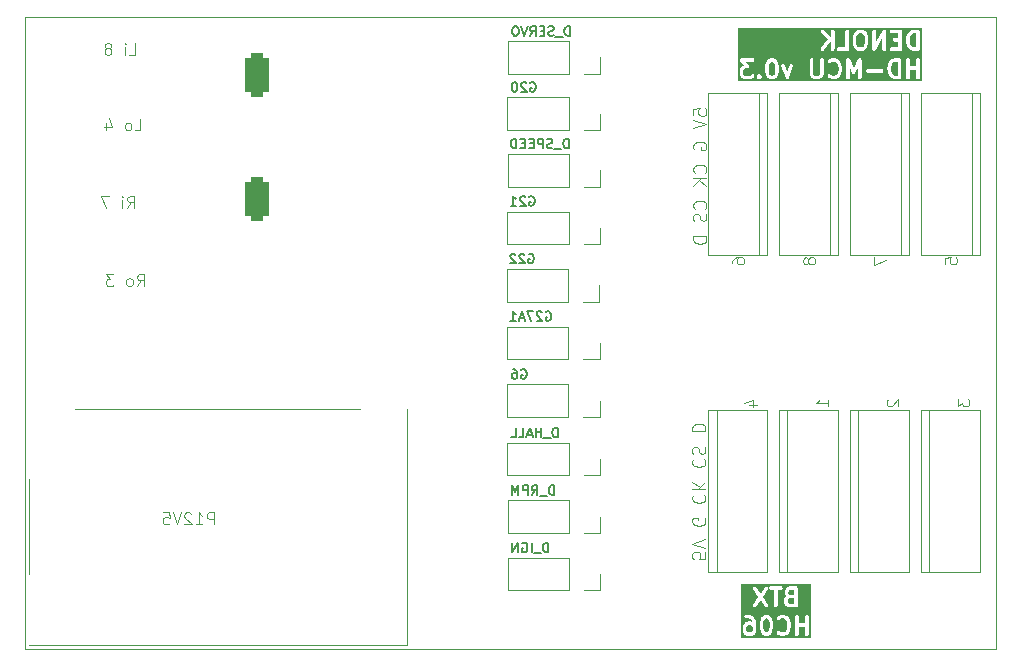
<source format=gbo>
G04 #@! TF.GenerationSoftware,KiCad,Pcbnew,9.0.4*
G04 #@! TF.CreationDate,2026-01-06T16:30:32+03:00*
G04 #@! TF.ProjectId,pico-hd-mcu-v3,7069636f-2d68-4642-9d6d-63752d76332e,rev?*
G04 #@! TF.SameCoordinates,Original*
G04 #@! TF.FileFunction,Legend,Bot*
G04 #@! TF.FilePolarity,Positive*
%FSLAX46Y46*%
G04 Gerber Fmt 4.6, Leading zero omitted, Abs format (unit mm)*
G04 Created by KiCad (PCBNEW 9.0.4) date 2026-01-06 16:30:32*
%MOMM*%
%LPD*%
G01*
G04 APERTURE LIST*
G04 Aperture macros list*
%AMRoundRect*
0 Rectangle with rounded corners*
0 $1 Rounding radius*
0 $2 $3 $4 $5 $6 $7 $8 $9 X,Y pos of 4 corners*
0 Add a 4 corners polygon primitive as box body*
4,1,4,$2,$3,$4,$5,$6,$7,$8,$9,$2,$3,0*
0 Add four circle primitives for the rounded corners*
1,1,$1+$1,$2,$3*
1,1,$1+$1,$4,$5*
1,1,$1+$1,$6,$7*
1,1,$1+$1,$8,$9*
0 Add four rect primitives between the rounded corners*
20,1,$1+$1,$2,$3,$4,$5,0*
20,1,$1+$1,$4,$5,$6,$7,0*
20,1,$1+$1,$6,$7,$8,$9,0*
20,1,$1+$1,$8,$9,$2,$3,0*%
%AMOutline5P*
0 Free polygon, 5 corners , with rotation*
0 The origin of the aperture is its center*
0 number of corners: always 5*
0 $1 to $10 corner X, Y*
0 $11 Rotation angle, in degrees counterclockwise*
0 create outline with 5 corners*
4,1,5,$1,$2,$3,$4,$5,$6,$7,$8,$9,$10,$1,$2,$11*%
%AMOutline6P*
0 Free polygon, 6 corners , with rotation*
0 The origin of the aperture is its center*
0 number of corners: always 6*
0 $1 to $12 corner X, Y*
0 $13 Rotation angle, in degrees counterclockwise*
0 create outline with 6 corners*
4,1,6,$1,$2,$3,$4,$5,$6,$7,$8,$9,$10,$11,$12,$1,$2,$13*%
%AMOutline7P*
0 Free polygon, 7 corners , with rotation*
0 The origin of the aperture is its center*
0 number of corners: always 7*
0 $1 to $14 corner X, Y*
0 $15 Rotation angle, in degrees counterclockwise*
0 create outline with 7 corners*
4,1,7,$1,$2,$3,$4,$5,$6,$7,$8,$9,$10,$11,$12,$13,$14,$1,$2,$15*%
%AMOutline8P*
0 Free polygon, 8 corners , with rotation*
0 The origin of the aperture is its center*
0 number of corners: always 8*
0 $1 to $16 corner X, Y*
0 $17 Rotation angle, in degrees counterclockwise*
0 create outline with 8 corners*
4,1,8,$1,$2,$3,$4,$5,$6,$7,$8,$9,$10,$11,$12,$13,$14,$15,$16,$1,$2,$17*%
G04 Aperture macros list end*
%ADD10C,0.100000*%
%ADD11C,0.120000*%
%ADD12C,0.150000*%
%ADD13C,0.300000*%
%ADD14R,1.800000X1.800000*%
%ADD15C,1.700000*%
%ADD16R,1.700000X1.700000*%
%ADD17O,1.700000X1.700000*%
%ADD18Outline5P,-0.850000X0.510000X-0.510000X0.850000X0.850000X0.850000X0.850000X-0.850000X-0.850000X-0.850000X180.000000*%
%ADD19Outline5P,-0.850000X0.510000X-0.510000X0.850000X0.850000X0.850000X0.850000X-0.850000X-0.850000X-0.850000X0.000000*%
%ADD20C,4.000000*%
%ADD21RoundRect,0.500000X-0.500000X-1.400000X0.500000X-1.400000X0.500000X1.400000X-0.500000X1.400000X0*%
%ADD22C,3.000000*%
%ADD23R,6.000000X4.000000*%
%ADD24O,1.000000X1.000000*%
%ADD25C,1.000000*%
%ADD26O,1.600000X2.400000*%
%ADD27R,1.600000X2.400000*%
%ADD28R,4.000000X6.000000*%
G04 APERTURE END LIST*
D10*
X36522500Y-21100000D02*
X118770000Y-21100000D01*
X118770000Y-74600000D01*
X36522500Y-74600000D01*
X36522500Y-21100000D01*
D11*
X93129140Y-29439661D02*
X93129140Y-28915851D01*
X93129140Y-28915851D02*
X93652950Y-28863470D01*
X93652950Y-28863470D02*
X93600569Y-28915851D01*
X93600569Y-28915851D02*
X93548188Y-29020613D01*
X93548188Y-29020613D02*
X93548188Y-29282518D01*
X93548188Y-29282518D02*
X93600569Y-29387280D01*
X93600569Y-29387280D02*
X93652950Y-29439661D01*
X93652950Y-29439661D02*
X93757712Y-29492042D01*
X93757712Y-29492042D02*
X94019617Y-29492042D01*
X94019617Y-29492042D02*
X94124379Y-29439661D01*
X94124379Y-29439661D02*
X94176760Y-29387280D01*
X94176760Y-29387280D02*
X94229140Y-29282518D01*
X94229140Y-29282518D02*
X94229140Y-29020613D01*
X94229140Y-29020613D02*
X94176760Y-28915851D01*
X94176760Y-28915851D02*
X94124379Y-28863470D01*
X93129140Y-29806327D02*
X94229140Y-30172994D01*
X94229140Y-30172994D02*
X93129140Y-30539661D01*
X93181521Y-32320613D02*
X93129140Y-32215851D01*
X93129140Y-32215851D02*
X93129140Y-32058708D01*
X93129140Y-32058708D02*
X93181521Y-31901565D01*
X93181521Y-31901565D02*
X93286283Y-31796803D01*
X93286283Y-31796803D02*
X93391045Y-31744422D01*
X93391045Y-31744422D02*
X93600569Y-31692041D01*
X93600569Y-31692041D02*
X93757712Y-31692041D01*
X93757712Y-31692041D02*
X93967236Y-31744422D01*
X93967236Y-31744422D02*
X94071998Y-31796803D01*
X94071998Y-31796803D02*
X94176760Y-31901565D01*
X94176760Y-31901565D02*
X94229140Y-32058708D01*
X94229140Y-32058708D02*
X94229140Y-32163470D01*
X94229140Y-32163470D02*
X94176760Y-32320613D01*
X94176760Y-32320613D02*
X94124379Y-32372994D01*
X94124379Y-32372994D02*
X93757712Y-32372994D01*
X93757712Y-32372994D02*
X93757712Y-32163470D01*
X94124379Y-34311089D02*
X94176760Y-34258708D01*
X94176760Y-34258708D02*
X94229140Y-34101565D01*
X94229140Y-34101565D02*
X94229140Y-33996803D01*
X94229140Y-33996803D02*
X94176760Y-33839660D01*
X94176760Y-33839660D02*
X94071998Y-33734898D01*
X94071998Y-33734898D02*
X93967236Y-33682517D01*
X93967236Y-33682517D02*
X93757712Y-33630136D01*
X93757712Y-33630136D02*
X93600569Y-33630136D01*
X93600569Y-33630136D02*
X93391045Y-33682517D01*
X93391045Y-33682517D02*
X93286283Y-33734898D01*
X93286283Y-33734898D02*
X93181521Y-33839660D01*
X93181521Y-33839660D02*
X93129140Y-33996803D01*
X93129140Y-33996803D02*
X93129140Y-34101565D01*
X93129140Y-34101565D02*
X93181521Y-34258708D01*
X93181521Y-34258708D02*
X93233902Y-34311089D01*
X94229140Y-34782517D02*
X93129140Y-34782517D01*
X94229140Y-35411089D02*
X93600569Y-34939660D01*
X93129140Y-35411089D02*
X93757712Y-34782517D01*
X94124379Y-37349184D02*
X94176760Y-37296803D01*
X94176760Y-37296803D02*
X94229140Y-37139660D01*
X94229140Y-37139660D02*
X94229140Y-37034898D01*
X94229140Y-37034898D02*
X94176760Y-36877755D01*
X94176760Y-36877755D02*
X94071998Y-36772993D01*
X94071998Y-36772993D02*
X93967236Y-36720612D01*
X93967236Y-36720612D02*
X93757712Y-36668231D01*
X93757712Y-36668231D02*
X93600569Y-36668231D01*
X93600569Y-36668231D02*
X93391045Y-36720612D01*
X93391045Y-36720612D02*
X93286283Y-36772993D01*
X93286283Y-36772993D02*
X93181521Y-36877755D01*
X93181521Y-36877755D02*
X93129140Y-37034898D01*
X93129140Y-37034898D02*
X93129140Y-37139660D01*
X93129140Y-37139660D02*
X93181521Y-37296803D01*
X93181521Y-37296803D02*
X93233902Y-37349184D01*
X94176760Y-37768231D02*
X94229140Y-37925374D01*
X94229140Y-37925374D02*
X94229140Y-38187279D01*
X94229140Y-38187279D02*
X94176760Y-38292041D01*
X94176760Y-38292041D02*
X94124379Y-38344422D01*
X94124379Y-38344422D02*
X94019617Y-38396803D01*
X94019617Y-38396803D02*
X93914855Y-38396803D01*
X93914855Y-38396803D02*
X93810093Y-38344422D01*
X93810093Y-38344422D02*
X93757712Y-38292041D01*
X93757712Y-38292041D02*
X93705331Y-38187279D01*
X93705331Y-38187279D02*
X93652950Y-37977755D01*
X93652950Y-37977755D02*
X93600569Y-37872993D01*
X93600569Y-37872993D02*
X93548188Y-37820612D01*
X93548188Y-37820612D02*
X93443426Y-37768231D01*
X93443426Y-37768231D02*
X93338664Y-37768231D01*
X93338664Y-37768231D02*
X93233902Y-37820612D01*
X93233902Y-37820612D02*
X93181521Y-37872993D01*
X93181521Y-37872993D02*
X93129140Y-37977755D01*
X93129140Y-37977755D02*
X93129140Y-38239660D01*
X93129140Y-38239660D02*
X93181521Y-38396803D01*
X94229140Y-39706326D02*
X93129140Y-39706326D01*
X93129140Y-39706326D02*
X93129140Y-39968231D01*
X93129140Y-39968231D02*
X93181521Y-40125374D01*
X93181521Y-40125374D02*
X93286283Y-40230136D01*
X93286283Y-40230136D02*
X93391045Y-40282517D01*
X93391045Y-40282517D02*
X93600569Y-40334898D01*
X93600569Y-40334898D02*
X93757712Y-40334898D01*
X93757712Y-40334898D02*
X93967236Y-40282517D01*
X93967236Y-40282517D02*
X94071998Y-40230136D01*
X94071998Y-40230136D02*
X94176760Y-40125374D01*
X94176760Y-40125374D02*
X94229140Y-39968231D01*
X94229140Y-39968231D02*
X94229140Y-39706326D01*
D10*
X45207187Y-37299919D02*
X45540520Y-36823728D01*
X45778615Y-37299919D02*
X45778615Y-36299919D01*
X45778615Y-36299919D02*
X45397663Y-36299919D01*
X45397663Y-36299919D02*
X45302425Y-36347538D01*
X45302425Y-36347538D02*
X45254806Y-36395157D01*
X45254806Y-36395157D02*
X45207187Y-36490395D01*
X45207187Y-36490395D02*
X45207187Y-36633252D01*
X45207187Y-36633252D02*
X45254806Y-36728490D01*
X45254806Y-36728490D02*
X45302425Y-36776109D01*
X45302425Y-36776109D02*
X45397663Y-36823728D01*
X45397663Y-36823728D02*
X45778615Y-36823728D01*
X44778615Y-37299919D02*
X44778615Y-36633252D01*
X44778615Y-36299919D02*
X44826234Y-36347538D01*
X44826234Y-36347538D02*
X44778615Y-36395157D01*
X44778615Y-36395157D02*
X44730996Y-36347538D01*
X44730996Y-36347538D02*
X44778615Y-36299919D01*
X44778615Y-36299919D02*
X44778615Y-36395157D01*
X43635758Y-36299919D02*
X42969092Y-36299919D01*
X42969092Y-36299919D02*
X43397663Y-37299919D01*
D12*
X81322017Y-61592295D02*
X81322017Y-60792295D01*
X81322017Y-60792295D02*
X81131541Y-60792295D01*
X81131541Y-60792295D02*
X81017255Y-60830390D01*
X81017255Y-60830390D02*
X80941065Y-60906580D01*
X80941065Y-60906580D02*
X80902970Y-60982771D01*
X80902970Y-60982771D02*
X80864874Y-61135152D01*
X80864874Y-61135152D02*
X80864874Y-61249438D01*
X80864874Y-61249438D02*
X80902970Y-61401819D01*
X80902970Y-61401819D02*
X80941065Y-61478009D01*
X80941065Y-61478009D02*
X81017255Y-61554200D01*
X81017255Y-61554200D02*
X81131541Y-61592295D01*
X81131541Y-61592295D02*
X81322017Y-61592295D01*
X80712494Y-61668485D02*
X80102970Y-61668485D01*
X79455350Y-61592295D02*
X79722017Y-61211342D01*
X79912493Y-61592295D02*
X79912493Y-60792295D01*
X79912493Y-60792295D02*
X79607731Y-60792295D01*
X79607731Y-60792295D02*
X79531541Y-60830390D01*
X79531541Y-60830390D02*
X79493446Y-60868485D01*
X79493446Y-60868485D02*
X79455350Y-60944676D01*
X79455350Y-60944676D02*
X79455350Y-61058961D01*
X79455350Y-61058961D02*
X79493446Y-61135152D01*
X79493446Y-61135152D02*
X79531541Y-61173247D01*
X79531541Y-61173247D02*
X79607731Y-61211342D01*
X79607731Y-61211342D02*
X79912493Y-61211342D01*
X79112493Y-61592295D02*
X79112493Y-60792295D01*
X79112493Y-60792295D02*
X78807731Y-60792295D01*
X78807731Y-60792295D02*
X78731541Y-60830390D01*
X78731541Y-60830390D02*
X78693446Y-60868485D01*
X78693446Y-60868485D02*
X78655350Y-60944676D01*
X78655350Y-60944676D02*
X78655350Y-61058961D01*
X78655350Y-61058961D02*
X78693446Y-61135152D01*
X78693446Y-61135152D02*
X78731541Y-61173247D01*
X78731541Y-61173247D02*
X78807731Y-61211342D01*
X78807731Y-61211342D02*
X79112493Y-61211342D01*
X78312493Y-61592295D02*
X78312493Y-60792295D01*
X78312493Y-60792295D02*
X78045827Y-61363723D01*
X78045827Y-61363723D02*
X77779160Y-60792295D01*
X77779160Y-60792295D02*
X77779160Y-61592295D01*
D10*
X46022813Y-43909919D02*
X46356146Y-43433728D01*
X46594241Y-43909919D02*
X46594241Y-42909919D01*
X46594241Y-42909919D02*
X46213289Y-42909919D01*
X46213289Y-42909919D02*
X46118051Y-42957538D01*
X46118051Y-42957538D02*
X46070432Y-43005157D01*
X46070432Y-43005157D02*
X46022813Y-43100395D01*
X46022813Y-43100395D02*
X46022813Y-43243252D01*
X46022813Y-43243252D02*
X46070432Y-43338490D01*
X46070432Y-43338490D02*
X46118051Y-43386109D01*
X46118051Y-43386109D02*
X46213289Y-43433728D01*
X46213289Y-43433728D02*
X46594241Y-43433728D01*
X45451384Y-43909919D02*
X45546622Y-43862300D01*
X45546622Y-43862300D02*
X45594241Y-43814680D01*
X45594241Y-43814680D02*
X45641860Y-43719442D01*
X45641860Y-43719442D02*
X45641860Y-43433728D01*
X45641860Y-43433728D02*
X45594241Y-43338490D01*
X45594241Y-43338490D02*
X45546622Y-43290871D01*
X45546622Y-43290871D02*
X45451384Y-43243252D01*
X45451384Y-43243252D02*
X45308527Y-43243252D01*
X45308527Y-43243252D02*
X45213289Y-43290871D01*
X45213289Y-43290871D02*
X45165670Y-43338490D01*
X45165670Y-43338490D02*
X45118051Y-43433728D01*
X45118051Y-43433728D02*
X45118051Y-43719442D01*
X45118051Y-43719442D02*
X45165670Y-43814680D01*
X45165670Y-43814680D02*
X45213289Y-43862300D01*
X45213289Y-43862300D02*
X45308527Y-43909919D01*
X45308527Y-43909919D02*
X45451384Y-43909919D01*
X44022812Y-42909919D02*
X43403765Y-42909919D01*
X43403765Y-42909919D02*
X43737098Y-43290871D01*
X43737098Y-43290871D02*
X43594241Y-43290871D01*
X43594241Y-43290871D02*
X43499003Y-43338490D01*
X43499003Y-43338490D02*
X43451384Y-43386109D01*
X43451384Y-43386109D02*
X43403765Y-43481347D01*
X43403765Y-43481347D02*
X43403765Y-43719442D01*
X43403765Y-43719442D02*
X43451384Y-43814680D01*
X43451384Y-43814680D02*
X43499003Y-43862300D01*
X43499003Y-43862300D02*
X43594241Y-43909919D01*
X43594241Y-43909919D02*
X43879955Y-43909919D01*
X43879955Y-43909919D02*
X43975193Y-43862300D01*
X43975193Y-43862300D02*
X44022812Y-43814680D01*
D11*
X94140859Y-66460338D02*
X94140859Y-66984148D01*
X94140859Y-66984148D02*
X93617049Y-67036529D01*
X93617049Y-67036529D02*
X93669430Y-66984148D01*
X93669430Y-66984148D02*
X93721811Y-66879386D01*
X93721811Y-66879386D02*
X93721811Y-66617481D01*
X93721811Y-66617481D02*
X93669430Y-66512719D01*
X93669430Y-66512719D02*
X93617049Y-66460338D01*
X93617049Y-66460338D02*
X93512287Y-66407957D01*
X93512287Y-66407957D02*
X93250382Y-66407957D01*
X93250382Y-66407957D02*
X93145620Y-66460338D01*
X93145620Y-66460338D02*
X93093240Y-66512719D01*
X93093240Y-66512719D02*
X93040859Y-66617481D01*
X93040859Y-66617481D02*
X93040859Y-66879386D01*
X93040859Y-66879386D02*
X93093240Y-66984148D01*
X93093240Y-66984148D02*
X93145620Y-67036529D01*
X94140859Y-66093672D02*
X93040859Y-65727005D01*
X93040859Y-65727005D02*
X94140859Y-65360338D01*
X94088478Y-63579386D02*
X94140859Y-63684148D01*
X94140859Y-63684148D02*
X94140859Y-63841291D01*
X94140859Y-63841291D02*
X94088478Y-63998434D01*
X94088478Y-63998434D02*
X93983716Y-64103196D01*
X93983716Y-64103196D02*
X93878954Y-64155577D01*
X93878954Y-64155577D02*
X93669430Y-64207958D01*
X93669430Y-64207958D02*
X93512287Y-64207958D01*
X93512287Y-64207958D02*
X93302763Y-64155577D01*
X93302763Y-64155577D02*
X93198001Y-64103196D01*
X93198001Y-64103196D02*
X93093240Y-63998434D01*
X93093240Y-63998434D02*
X93040859Y-63841291D01*
X93040859Y-63841291D02*
X93040859Y-63736529D01*
X93040859Y-63736529D02*
X93093240Y-63579386D01*
X93093240Y-63579386D02*
X93145620Y-63527005D01*
X93145620Y-63527005D02*
X93512287Y-63527005D01*
X93512287Y-63527005D02*
X93512287Y-63736529D01*
X93145620Y-61588910D02*
X93093240Y-61641291D01*
X93093240Y-61641291D02*
X93040859Y-61798434D01*
X93040859Y-61798434D02*
X93040859Y-61903196D01*
X93040859Y-61903196D02*
X93093240Y-62060339D01*
X93093240Y-62060339D02*
X93198001Y-62165101D01*
X93198001Y-62165101D02*
X93302763Y-62217482D01*
X93302763Y-62217482D02*
X93512287Y-62269863D01*
X93512287Y-62269863D02*
X93669430Y-62269863D01*
X93669430Y-62269863D02*
X93878954Y-62217482D01*
X93878954Y-62217482D02*
X93983716Y-62165101D01*
X93983716Y-62165101D02*
X94088478Y-62060339D01*
X94088478Y-62060339D02*
X94140859Y-61903196D01*
X94140859Y-61903196D02*
X94140859Y-61798434D01*
X94140859Y-61798434D02*
X94088478Y-61641291D01*
X94088478Y-61641291D02*
X94036097Y-61588910D01*
X93040859Y-61117482D02*
X94140859Y-61117482D01*
X93040859Y-60488910D02*
X93669430Y-60960339D01*
X94140859Y-60488910D02*
X93512287Y-61117482D01*
X93145620Y-58550815D02*
X93093240Y-58603196D01*
X93093240Y-58603196D02*
X93040859Y-58760339D01*
X93040859Y-58760339D02*
X93040859Y-58865101D01*
X93040859Y-58865101D02*
X93093240Y-59022244D01*
X93093240Y-59022244D02*
X93198001Y-59127006D01*
X93198001Y-59127006D02*
X93302763Y-59179387D01*
X93302763Y-59179387D02*
X93512287Y-59231768D01*
X93512287Y-59231768D02*
X93669430Y-59231768D01*
X93669430Y-59231768D02*
X93878954Y-59179387D01*
X93878954Y-59179387D02*
X93983716Y-59127006D01*
X93983716Y-59127006D02*
X94088478Y-59022244D01*
X94088478Y-59022244D02*
X94140859Y-58865101D01*
X94140859Y-58865101D02*
X94140859Y-58760339D01*
X94140859Y-58760339D02*
X94088478Y-58603196D01*
X94088478Y-58603196D02*
X94036097Y-58550815D01*
X93093240Y-58131768D02*
X93040859Y-57974625D01*
X93040859Y-57974625D02*
X93040859Y-57712720D01*
X93040859Y-57712720D02*
X93093240Y-57607958D01*
X93093240Y-57607958D02*
X93145620Y-57555577D01*
X93145620Y-57555577D02*
X93250382Y-57503196D01*
X93250382Y-57503196D02*
X93355144Y-57503196D01*
X93355144Y-57503196D02*
X93459906Y-57555577D01*
X93459906Y-57555577D02*
X93512287Y-57607958D01*
X93512287Y-57607958D02*
X93564668Y-57712720D01*
X93564668Y-57712720D02*
X93617049Y-57922244D01*
X93617049Y-57922244D02*
X93669430Y-58027006D01*
X93669430Y-58027006D02*
X93721811Y-58079387D01*
X93721811Y-58079387D02*
X93826573Y-58131768D01*
X93826573Y-58131768D02*
X93931335Y-58131768D01*
X93931335Y-58131768D02*
X94036097Y-58079387D01*
X94036097Y-58079387D02*
X94088478Y-58027006D01*
X94088478Y-58027006D02*
X94140859Y-57922244D01*
X94140859Y-57922244D02*
X94140859Y-57660339D01*
X94140859Y-57660339D02*
X94088478Y-57503196D01*
X93040859Y-56193673D02*
X94140859Y-56193673D01*
X94140859Y-56193673D02*
X94140859Y-55931768D01*
X94140859Y-55931768D02*
X94088478Y-55774625D01*
X94088478Y-55774625D02*
X93983716Y-55669863D01*
X93983716Y-55669863D02*
X93878954Y-55617482D01*
X93878954Y-55617482D02*
X93669430Y-55565101D01*
X93669430Y-55565101D02*
X93512287Y-55565101D01*
X93512287Y-55565101D02*
X93302763Y-55617482D01*
X93302763Y-55617482D02*
X93198001Y-55669863D01*
X93198001Y-55669863D02*
X93093240Y-55774625D01*
X93093240Y-55774625D02*
X93040859Y-55931768D01*
X93040859Y-55931768D02*
X93040859Y-56193673D01*
D12*
X79220470Y-36340390D02*
X79296660Y-36302295D01*
X79296660Y-36302295D02*
X79410946Y-36302295D01*
X79410946Y-36302295D02*
X79525232Y-36340390D01*
X79525232Y-36340390D02*
X79601422Y-36416580D01*
X79601422Y-36416580D02*
X79639517Y-36492771D01*
X79639517Y-36492771D02*
X79677613Y-36645152D01*
X79677613Y-36645152D02*
X79677613Y-36759438D01*
X79677613Y-36759438D02*
X79639517Y-36911819D01*
X79639517Y-36911819D02*
X79601422Y-36988009D01*
X79601422Y-36988009D02*
X79525232Y-37064200D01*
X79525232Y-37064200D02*
X79410946Y-37102295D01*
X79410946Y-37102295D02*
X79334755Y-37102295D01*
X79334755Y-37102295D02*
X79220470Y-37064200D01*
X79220470Y-37064200D02*
X79182374Y-37026104D01*
X79182374Y-37026104D02*
X79182374Y-36759438D01*
X79182374Y-36759438D02*
X79334755Y-36759438D01*
X78877613Y-36378485D02*
X78839517Y-36340390D01*
X78839517Y-36340390D02*
X78763327Y-36302295D01*
X78763327Y-36302295D02*
X78572851Y-36302295D01*
X78572851Y-36302295D02*
X78496660Y-36340390D01*
X78496660Y-36340390D02*
X78458565Y-36378485D01*
X78458565Y-36378485D02*
X78420470Y-36454676D01*
X78420470Y-36454676D02*
X78420470Y-36530866D01*
X78420470Y-36530866D02*
X78458565Y-36645152D01*
X78458565Y-36645152D02*
X78915708Y-37102295D01*
X78915708Y-37102295D02*
X78420470Y-37102295D01*
X77658565Y-37102295D02*
X78115708Y-37102295D01*
X77887136Y-37102295D02*
X77887136Y-36302295D01*
X77887136Y-36302295D02*
X77963327Y-36416580D01*
X77963327Y-36416580D02*
X78039517Y-36492771D01*
X78039517Y-36492771D02*
X78115708Y-36530866D01*
X79310470Y-26680390D02*
X79386660Y-26642295D01*
X79386660Y-26642295D02*
X79500946Y-26642295D01*
X79500946Y-26642295D02*
X79615232Y-26680390D01*
X79615232Y-26680390D02*
X79691422Y-26756580D01*
X79691422Y-26756580D02*
X79729517Y-26832771D01*
X79729517Y-26832771D02*
X79767613Y-26985152D01*
X79767613Y-26985152D02*
X79767613Y-27099438D01*
X79767613Y-27099438D02*
X79729517Y-27251819D01*
X79729517Y-27251819D02*
X79691422Y-27328009D01*
X79691422Y-27328009D02*
X79615232Y-27404200D01*
X79615232Y-27404200D02*
X79500946Y-27442295D01*
X79500946Y-27442295D02*
X79424755Y-27442295D01*
X79424755Y-27442295D02*
X79310470Y-27404200D01*
X79310470Y-27404200D02*
X79272374Y-27366104D01*
X79272374Y-27366104D02*
X79272374Y-27099438D01*
X79272374Y-27099438D02*
X79424755Y-27099438D01*
X78967613Y-26718485D02*
X78929517Y-26680390D01*
X78929517Y-26680390D02*
X78853327Y-26642295D01*
X78853327Y-26642295D02*
X78662851Y-26642295D01*
X78662851Y-26642295D02*
X78586660Y-26680390D01*
X78586660Y-26680390D02*
X78548565Y-26718485D01*
X78548565Y-26718485D02*
X78510470Y-26794676D01*
X78510470Y-26794676D02*
X78510470Y-26870866D01*
X78510470Y-26870866D02*
X78548565Y-26985152D01*
X78548565Y-26985152D02*
X79005708Y-27442295D01*
X79005708Y-27442295D02*
X78510470Y-27442295D01*
X78015231Y-26642295D02*
X77939041Y-26642295D01*
X77939041Y-26642295D02*
X77862850Y-26680390D01*
X77862850Y-26680390D02*
X77824755Y-26718485D01*
X77824755Y-26718485D02*
X77786660Y-26794676D01*
X77786660Y-26794676D02*
X77748565Y-26947057D01*
X77748565Y-26947057D02*
X77748565Y-27137533D01*
X77748565Y-27137533D02*
X77786660Y-27289914D01*
X77786660Y-27289914D02*
X77824755Y-27366104D01*
X77824755Y-27366104D02*
X77862850Y-27404200D01*
X77862850Y-27404200D02*
X77939041Y-27442295D01*
X77939041Y-27442295D02*
X78015231Y-27442295D01*
X78015231Y-27442295D02*
X78091422Y-27404200D01*
X78091422Y-27404200D02*
X78129517Y-27366104D01*
X78129517Y-27366104D02*
X78167612Y-27289914D01*
X78167612Y-27289914D02*
X78205708Y-27137533D01*
X78205708Y-27137533D02*
X78205708Y-26947057D01*
X78205708Y-26947057D02*
X78167612Y-26794676D01*
X78167612Y-26794676D02*
X78129517Y-26718485D01*
X78129517Y-26718485D02*
X78091422Y-26680390D01*
X78091422Y-26680390D02*
X78015231Y-26642295D01*
X80638089Y-46090390D02*
X80714279Y-46052295D01*
X80714279Y-46052295D02*
X80828565Y-46052295D01*
X80828565Y-46052295D02*
X80942851Y-46090390D01*
X80942851Y-46090390D02*
X81019041Y-46166580D01*
X81019041Y-46166580D02*
X81057136Y-46242771D01*
X81057136Y-46242771D02*
X81095232Y-46395152D01*
X81095232Y-46395152D02*
X81095232Y-46509438D01*
X81095232Y-46509438D02*
X81057136Y-46661819D01*
X81057136Y-46661819D02*
X81019041Y-46738009D01*
X81019041Y-46738009D02*
X80942851Y-46814200D01*
X80942851Y-46814200D02*
X80828565Y-46852295D01*
X80828565Y-46852295D02*
X80752374Y-46852295D01*
X80752374Y-46852295D02*
X80638089Y-46814200D01*
X80638089Y-46814200D02*
X80599993Y-46776104D01*
X80599993Y-46776104D02*
X80599993Y-46509438D01*
X80599993Y-46509438D02*
X80752374Y-46509438D01*
X80295232Y-46128485D02*
X80257136Y-46090390D01*
X80257136Y-46090390D02*
X80180946Y-46052295D01*
X80180946Y-46052295D02*
X79990470Y-46052295D01*
X79990470Y-46052295D02*
X79914279Y-46090390D01*
X79914279Y-46090390D02*
X79876184Y-46128485D01*
X79876184Y-46128485D02*
X79838089Y-46204676D01*
X79838089Y-46204676D02*
X79838089Y-46280866D01*
X79838089Y-46280866D02*
X79876184Y-46395152D01*
X79876184Y-46395152D02*
X80333327Y-46852295D01*
X80333327Y-46852295D02*
X79838089Y-46852295D01*
X79571422Y-46052295D02*
X79038088Y-46052295D01*
X79038088Y-46052295D02*
X79380946Y-46852295D01*
X78771422Y-46623723D02*
X78390469Y-46623723D01*
X78847612Y-46852295D02*
X78580945Y-46052295D01*
X78580945Y-46052295D02*
X78314279Y-46852295D01*
X77628565Y-46852295D02*
X78085708Y-46852295D01*
X77857136Y-46852295D02*
X77857136Y-46052295D01*
X77857136Y-46052295D02*
X77933327Y-46166580D01*
X77933327Y-46166580D02*
X78009517Y-46242771D01*
X78009517Y-46242771D02*
X78085708Y-46280866D01*
D10*
X45815075Y-30734919D02*
X46291265Y-30734919D01*
X46291265Y-30734919D02*
X46291265Y-29734919D01*
X45338884Y-30734919D02*
X45434122Y-30687300D01*
X45434122Y-30687300D02*
X45481741Y-30639680D01*
X45481741Y-30639680D02*
X45529360Y-30544442D01*
X45529360Y-30544442D02*
X45529360Y-30258728D01*
X45529360Y-30258728D02*
X45481741Y-30163490D01*
X45481741Y-30163490D02*
X45434122Y-30115871D01*
X45434122Y-30115871D02*
X45338884Y-30068252D01*
X45338884Y-30068252D02*
X45196027Y-30068252D01*
X45196027Y-30068252D02*
X45100789Y-30115871D01*
X45100789Y-30115871D02*
X45053170Y-30163490D01*
X45053170Y-30163490D02*
X45005551Y-30258728D01*
X45005551Y-30258728D02*
X45005551Y-30544442D01*
X45005551Y-30544442D02*
X45053170Y-30639680D01*
X45053170Y-30639680D02*
X45100789Y-30687300D01*
X45100789Y-30687300D02*
X45196027Y-30734919D01*
X45196027Y-30734919D02*
X45338884Y-30734919D01*
X43386503Y-30068252D02*
X43386503Y-30734919D01*
X43624598Y-29687300D02*
X43862693Y-30401585D01*
X43862693Y-30401585D02*
X43243646Y-30401585D01*
X45362425Y-24344919D02*
X45838615Y-24344919D01*
X45838615Y-24344919D02*
X45838615Y-23344919D01*
X45029091Y-24344919D02*
X45029091Y-23678252D01*
X45029091Y-23344919D02*
X45076710Y-23392538D01*
X45076710Y-23392538D02*
X45029091Y-23440157D01*
X45029091Y-23440157D02*
X44981472Y-23392538D01*
X44981472Y-23392538D02*
X45029091Y-23344919D01*
X45029091Y-23344919D02*
X45029091Y-23440157D01*
X43648139Y-23773490D02*
X43743377Y-23725871D01*
X43743377Y-23725871D02*
X43790996Y-23678252D01*
X43790996Y-23678252D02*
X43838615Y-23583014D01*
X43838615Y-23583014D02*
X43838615Y-23535395D01*
X43838615Y-23535395D02*
X43790996Y-23440157D01*
X43790996Y-23440157D02*
X43743377Y-23392538D01*
X43743377Y-23392538D02*
X43648139Y-23344919D01*
X43648139Y-23344919D02*
X43457663Y-23344919D01*
X43457663Y-23344919D02*
X43362425Y-23392538D01*
X43362425Y-23392538D02*
X43314806Y-23440157D01*
X43314806Y-23440157D02*
X43267187Y-23535395D01*
X43267187Y-23535395D02*
X43267187Y-23583014D01*
X43267187Y-23583014D02*
X43314806Y-23678252D01*
X43314806Y-23678252D02*
X43362425Y-23725871D01*
X43362425Y-23725871D02*
X43457663Y-23773490D01*
X43457663Y-23773490D02*
X43648139Y-23773490D01*
X43648139Y-23773490D02*
X43743377Y-23821109D01*
X43743377Y-23821109D02*
X43790996Y-23868728D01*
X43790996Y-23868728D02*
X43838615Y-23963966D01*
X43838615Y-23963966D02*
X43838615Y-24154442D01*
X43838615Y-24154442D02*
X43790996Y-24249680D01*
X43790996Y-24249680D02*
X43743377Y-24297300D01*
X43743377Y-24297300D02*
X43648139Y-24344919D01*
X43648139Y-24344919D02*
X43457663Y-24344919D01*
X43457663Y-24344919D02*
X43362425Y-24297300D01*
X43362425Y-24297300D02*
X43314806Y-24249680D01*
X43314806Y-24249680D02*
X43267187Y-24154442D01*
X43267187Y-24154442D02*
X43267187Y-23963966D01*
X43267187Y-23963966D02*
X43314806Y-23868728D01*
X43314806Y-23868728D02*
X43362425Y-23821109D01*
X43362425Y-23821109D02*
X43457663Y-23773490D01*
D12*
X82557256Y-32242295D02*
X82557256Y-31442295D01*
X82557256Y-31442295D02*
X82366780Y-31442295D01*
X82366780Y-31442295D02*
X82252494Y-31480390D01*
X82252494Y-31480390D02*
X82176304Y-31556580D01*
X82176304Y-31556580D02*
X82138209Y-31632771D01*
X82138209Y-31632771D02*
X82100113Y-31785152D01*
X82100113Y-31785152D02*
X82100113Y-31899438D01*
X82100113Y-31899438D02*
X82138209Y-32051819D01*
X82138209Y-32051819D02*
X82176304Y-32128009D01*
X82176304Y-32128009D02*
X82252494Y-32204200D01*
X82252494Y-32204200D02*
X82366780Y-32242295D01*
X82366780Y-32242295D02*
X82557256Y-32242295D01*
X81947733Y-32318485D02*
X81338209Y-32318485D01*
X81185828Y-32204200D02*
X81071542Y-32242295D01*
X81071542Y-32242295D02*
X80881066Y-32242295D01*
X80881066Y-32242295D02*
X80804875Y-32204200D01*
X80804875Y-32204200D02*
X80766780Y-32166104D01*
X80766780Y-32166104D02*
X80728685Y-32089914D01*
X80728685Y-32089914D02*
X80728685Y-32013723D01*
X80728685Y-32013723D02*
X80766780Y-31937533D01*
X80766780Y-31937533D02*
X80804875Y-31899438D01*
X80804875Y-31899438D02*
X80881066Y-31861342D01*
X80881066Y-31861342D02*
X81033447Y-31823247D01*
X81033447Y-31823247D02*
X81109637Y-31785152D01*
X81109637Y-31785152D02*
X81147732Y-31747057D01*
X81147732Y-31747057D02*
X81185828Y-31670866D01*
X81185828Y-31670866D02*
X81185828Y-31594676D01*
X81185828Y-31594676D02*
X81147732Y-31518485D01*
X81147732Y-31518485D02*
X81109637Y-31480390D01*
X81109637Y-31480390D02*
X81033447Y-31442295D01*
X81033447Y-31442295D02*
X80842970Y-31442295D01*
X80842970Y-31442295D02*
X80728685Y-31480390D01*
X80385827Y-32242295D02*
X80385827Y-31442295D01*
X80385827Y-31442295D02*
X80081065Y-31442295D01*
X80081065Y-31442295D02*
X80004875Y-31480390D01*
X80004875Y-31480390D02*
X79966780Y-31518485D01*
X79966780Y-31518485D02*
X79928684Y-31594676D01*
X79928684Y-31594676D02*
X79928684Y-31708961D01*
X79928684Y-31708961D02*
X79966780Y-31785152D01*
X79966780Y-31785152D02*
X80004875Y-31823247D01*
X80004875Y-31823247D02*
X80081065Y-31861342D01*
X80081065Y-31861342D02*
X80385827Y-31861342D01*
X79585827Y-31823247D02*
X79319161Y-31823247D01*
X79204875Y-32242295D02*
X79585827Y-32242295D01*
X79585827Y-32242295D02*
X79585827Y-31442295D01*
X79585827Y-31442295D02*
X79204875Y-31442295D01*
X78862017Y-31823247D02*
X78595351Y-31823247D01*
X78481065Y-32242295D02*
X78862017Y-32242295D01*
X78862017Y-32242295D02*
X78862017Y-31442295D01*
X78862017Y-31442295D02*
X78481065Y-31442295D01*
X78138207Y-32242295D02*
X78138207Y-31442295D01*
X78138207Y-31442295D02*
X77947731Y-31442295D01*
X77947731Y-31442295D02*
X77833445Y-31480390D01*
X77833445Y-31480390D02*
X77757255Y-31556580D01*
X77757255Y-31556580D02*
X77719160Y-31632771D01*
X77719160Y-31632771D02*
X77681064Y-31785152D01*
X77681064Y-31785152D02*
X77681064Y-31899438D01*
X77681064Y-31899438D02*
X77719160Y-32051819D01*
X77719160Y-32051819D02*
X77757255Y-32128009D01*
X77757255Y-32128009D02*
X77833445Y-32204200D01*
X77833445Y-32204200D02*
X77947731Y-32242295D01*
X77947731Y-32242295D02*
X78138207Y-32242295D01*
X81646778Y-56722295D02*
X81646778Y-55922295D01*
X81646778Y-55922295D02*
X81456302Y-55922295D01*
X81456302Y-55922295D02*
X81342016Y-55960390D01*
X81342016Y-55960390D02*
X81265826Y-56036580D01*
X81265826Y-56036580D02*
X81227731Y-56112771D01*
X81227731Y-56112771D02*
X81189635Y-56265152D01*
X81189635Y-56265152D02*
X81189635Y-56379438D01*
X81189635Y-56379438D02*
X81227731Y-56531819D01*
X81227731Y-56531819D02*
X81265826Y-56608009D01*
X81265826Y-56608009D02*
X81342016Y-56684200D01*
X81342016Y-56684200D02*
X81456302Y-56722295D01*
X81456302Y-56722295D02*
X81646778Y-56722295D01*
X81037255Y-56798485D02*
X80427731Y-56798485D01*
X80237254Y-56722295D02*
X80237254Y-55922295D01*
X80237254Y-56303247D02*
X79780111Y-56303247D01*
X79780111Y-56722295D02*
X79780111Y-55922295D01*
X79437255Y-56493723D02*
X79056302Y-56493723D01*
X79513445Y-56722295D02*
X79246778Y-55922295D01*
X79246778Y-55922295D02*
X78980112Y-56722295D01*
X78332493Y-56722295D02*
X78713445Y-56722295D01*
X78713445Y-56722295D02*
X78713445Y-55922295D01*
X77684874Y-56722295D02*
X78065826Y-56722295D01*
X78065826Y-56722295D02*
X78065826Y-55922295D01*
X79160470Y-41200390D02*
X79236660Y-41162295D01*
X79236660Y-41162295D02*
X79350946Y-41162295D01*
X79350946Y-41162295D02*
X79465232Y-41200390D01*
X79465232Y-41200390D02*
X79541422Y-41276580D01*
X79541422Y-41276580D02*
X79579517Y-41352771D01*
X79579517Y-41352771D02*
X79617613Y-41505152D01*
X79617613Y-41505152D02*
X79617613Y-41619438D01*
X79617613Y-41619438D02*
X79579517Y-41771819D01*
X79579517Y-41771819D02*
X79541422Y-41848009D01*
X79541422Y-41848009D02*
X79465232Y-41924200D01*
X79465232Y-41924200D02*
X79350946Y-41962295D01*
X79350946Y-41962295D02*
X79274755Y-41962295D01*
X79274755Y-41962295D02*
X79160470Y-41924200D01*
X79160470Y-41924200D02*
X79122374Y-41886104D01*
X79122374Y-41886104D02*
X79122374Y-41619438D01*
X79122374Y-41619438D02*
X79274755Y-41619438D01*
X78817613Y-41238485D02*
X78779517Y-41200390D01*
X78779517Y-41200390D02*
X78703327Y-41162295D01*
X78703327Y-41162295D02*
X78512851Y-41162295D01*
X78512851Y-41162295D02*
X78436660Y-41200390D01*
X78436660Y-41200390D02*
X78398565Y-41238485D01*
X78398565Y-41238485D02*
X78360470Y-41314676D01*
X78360470Y-41314676D02*
X78360470Y-41390866D01*
X78360470Y-41390866D02*
X78398565Y-41505152D01*
X78398565Y-41505152D02*
X78855708Y-41962295D01*
X78855708Y-41962295D02*
X78360470Y-41962295D01*
X78055708Y-41238485D02*
X78017612Y-41200390D01*
X78017612Y-41200390D02*
X77941422Y-41162295D01*
X77941422Y-41162295D02*
X77750946Y-41162295D01*
X77750946Y-41162295D02*
X77674755Y-41200390D01*
X77674755Y-41200390D02*
X77636660Y-41238485D01*
X77636660Y-41238485D02*
X77598565Y-41314676D01*
X77598565Y-41314676D02*
X77598565Y-41390866D01*
X77598565Y-41390866D02*
X77636660Y-41505152D01*
X77636660Y-41505152D02*
X78093803Y-41962295D01*
X78093803Y-41962295D02*
X77598565Y-41962295D01*
D13*
G36*
X98074358Y-72649462D02*
G01*
X98111363Y-72686467D01*
X98156070Y-72775880D01*
X98156070Y-73062204D01*
X98111363Y-73151617D01*
X98074358Y-73188622D01*
X97984946Y-73233328D01*
X97770052Y-73233328D01*
X97680638Y-73188621D01*
X97643634Y-73151617D01*
X97598927Y-73062203D01*
X97598927Y-72775881D01*
X97643634Y-72686467D01*
X97680638Y-72649463D01*
X97770052Y-72604757D01*
X97984946Y-72604757D01*
X98074358Y-72649462D01*
G37*
G36*
X99431502Y-72078035D02*
G01*
X99468506Y-72115039D01*
X99521685Y-72221398D01*
X99584641Y-72473220D01*
X99584641Y-72793436D01*
X99521685Y-73045257D01*
X99468505Y-73151617D01*
X99431502Y-73188621D01*
X99342089Y-73233328D01*
X99270051Y-73233328D01*
X99180638Y-73188622D01*
X99143634Y-73151618D01*
X99090454Y-73045258D01*
X99027498Y-72793434D01*
X99027498Y-72473221D01*
X99090454Y-72221397D01*
X99143634Y-72115038D01*
X99180638Y-72078034D01*
X99270051Y-72033328D01*
X99342088Y-72033328D01*
X99431502Y-72078035D01*
G37*
G36*
X101656071Y-70818412D02*
G01*
X101270052Y-70818412D01*
X101180638Y-70773705D01*
X101143633Y-70736700D01*
X101098928Y-70647288D01*
X101098928Y-70503821D01*
X101143633Y-70414409D01*
X101172811Y-70385231D01*
X101330414Y-70332698D01*
X101656071Y-70332698D01*
X101656071Y-70818412D01*
G37*
G36*
X101656071Y-70032698D02*
G01*
X101341481Y-70032698D01*
X101252067Y-69987990D01*
X101215063Y-69950987D01*
X101170356Y-69861573D01*
X101170356Y-69789536D01*
X101215063Y-69700122D01*
X101252067Y-69663119D01*
X101341481Y-69618412D01*
X101656071Y-69618412D01*
X101656071Y-70032698D01*
G37*
G36*
X103051309Y-73699995D02*
G01*
X97132260Y-73699995D01*
X97132260Y-72740471D01*
X97298927Y-72740471D01*
X97298927Y-73097614D01*
X97301809Y-73126878D01*
X97303872Y-73131858D01*
X97304254Y-73137233D01*
X97314763Y-73164696D01*
X97386192Y-73307553D01*
X97394119Y-73320146D01*
X97395635Y-73323806D01*
X97399016Y-73327925D01*
X97401857Y-73332439D01*
X97404850Y-73335035D01*
X97414290Y-73346537D01*
X97485719Y-73417966D01*
X97497223Y-73427407D01*
X97499818Y-73430399D01*
X97504327Y-73433237D01*
X97508450Y-73436621D01*
X97512111Y-73438137D01*
X97524703Y-73446064D01*
X97667561Y-73517492D01*
X97695024Y-73528002D01*
X97700399Y-73528383D01*
X97705378Y-73530446D01*
X97734642Y-73533328D01*
X98020356Y-73533328D01*
X98049620Y-73530446D01*
X98054598Y-73528383D01*
X98059974Y-73528002D01*
X98087438Y-73517492D01*
X98230295Y-73446064D01*
X98242888Y-73438136D01*
X98246548Y-73436621D01*
X98250667Y-73433239D01*
X98255181Y-73430399D01*
X98257777Y-73427405D01*
X98269279Y-73417966D01*
X98340708Y-73346537D01*
X98350149Y-73335032D01*
X98353141Y-73332438D01*
X98355979Y-73327928D01*
X98359363Y-73323806D01*
X98360879Y-73320144D01*
X98368806Y-73307553D01*
X98440234Y-73164695D01*
X98450744Y-73137232D01*
X98451125Y-73131856D01*
X98453188Y-73126878D01*
X98456070Y-73097614D01*
X98456070Y-72526185D01*
X98455567Y-72521081D01*
X98455893Y-72518894D01*
X98454273Y-72507943D01*
X98453188Y-72496921D01*
X98452340Y-72494876D01*
X98451591Y-72489805D01*
X98442829Y-72454757D01*
X98727498Y-72454757D01*
X98727498Y-72811900D01*
X98728000Y-72817003D01*
X98727675Y-72819191D01*
X98729294Y-72830142D01*
X98730380Y-72841164D01*
X98731226Y-72843208D01*
X98731977Y-72848281D01*
X98803406Y-73133994D01*
X98804177Y-73136152D01*
X98804254Y-73137233D01*
X98808912Y-73149407D01*
X98813299Y-73161685D01*
X98813943Y-73162555D01*
X98814763Y-73164696D01*
X98886192Y-73307553D01*
X98894120Y-73320148D01*
X98895635Y-73323805D01*
X98899014Y-73327922D01*
X98901857Y-73332439D01*
X98904851Y-73335036D01*
X98914289Y-73346536D01*
X98985717Y-73417965D01*
X98997222Y-73427407D01*
X98999817Y-73430399D01*
X99004327Y-73433238D01*
X99008448Y-73436620D01*
X99012107Y-73438135D01*
X99024702Y-73446064D01*
X99167560Y-73517492D01*
X99195023Y-73528002D01*
X99200398Y-73528383D01*
X99205377Y-73530446D01*
X99234641Y-73533328D01*
X99377498Y-73533328D01*
X99406762Y-73530446D01*
X99411740Y-73528383D01*
X99417116Y-73528002D01*
X99444579Y-73517492D01*
X99587438Y-73446064D01*
X99600032Y-73438135D01*
X99603692Y-73436620D01*
X99607812Y-73433238D01*
X99612323Y-73430399D01*
X99614917Y-73427407D01*
X99626423Y-73417965D01*
X99697851Y-73346536D01*
X99707289Y-73335035D01*
X99710283Y-73332439D01*
X99713123Y-73327926D01*
X99716505Y-73323806D01*
X99718020Y-73320146D01*
X99725948Y-73307553D01*
X99797377Y-73164697D01*
X99798196Y-73162554D01*
X99798841Y-73161685D01*
X99803225Y-73149413D01*
X99807886Y-73137233D01*
X99807962Y-73136152D01*
X99808734Y-73133994D01*
X99880162Y-72848280D01*
X99880911Y-72843208D01*
X99881759Y-72841164D01*
X99882844Y-72830141D01*
X99884464Y-72819191D01*
X99884138Y-72817003D01*
X99884641Y-72811900D01*
X99884641Y-72454757D01*
X99884138Y-72449653D01*
X99884464Y-72447466D01*
X99882844Y-72436515D01*
X99881759Y-72425493D01*
X99880911Y-72423448D01*
X99880162Y-72418377D01*
X99808734Y-72132662D01*
X99807962Y-72130503D01*
X99807886Y-72129423D01*
X99803225Y-72117242D01*
X99798841Y-72104971D01*
X99798196Y-72104101D01*
X99797377Y-72101959D01*
X99744858Y-71996922D01*
X100158952Y-71996922D01*
X100158952Y-72055448D01*
X100181349Y-72109520D01*
X100222735Y-72150906D01*
X100276807Y-72173303D01*
X100335333Y-72173303D01*
X100389405Y-72150906D01*
X100412136Y-72132251D01*
X100458525Y-72085861D01*
X100616127Y-72033328D01*
X100710301Y-72033328D01*
X100867899Y-72085861D01*
X100968506Y-72186468D01*
X101021685Y-72292827D01*
X101084641Y-72544648D01*
X101084641Y-72722007D01*
X101021685Y-72973828D01*
X100968506Y-73080188D01*
X100867900Y-73180794D01*
X100710298Y-73233328D01*
X100616127Y-73233328D01*
X100458524Y-73180794D01*
X100412137Y-73134406D01*
X100389406Y-73115751D01*
X100335334Y-73093353D01*
X100276808Y-73093353D01*
X100222736Y-73115750D01*
X100181350Y-73157135D01*
X100158952Y-73211207D01*
X100158952Y-73269733D01*
X100181349Y-73323805D01*
X100200003Y-73346536D01*
X100271431Y-73417965D01*
X100294162Y-73436620D01*
X100299138Y-73438681D01*
X100303213Y-73442215D01*
X100330064Y-73454203D01*
X100544350Y-73525631D01*
X100558862Y-73528930D01*
X100562520Y-73530446D01*
X100567822Y-73530968D01*
X100573024Y-73532151D01*
X100576978Y-73531869D01*
X100591784Y-73533328D01*
X100734641Y-73533328D01*
X100749446Y-73531869D01*
X100753401Y-73532151D01*
X100758602Y-73530968D01*
X100763905Y-73530446D01*
X100767562Y-73528930D01*
X100782075Y-73525631D01*
X100996361Y-73454203D01*
X101023212Y-73442215D01*
X101027283Y-73438683D01*
X101032263Y-73436621D01*
X101054993Y-73417966D01*
X101197850Y-73275108D01*
X101207288Y-73263606D01*
X101210283Y-73261010D01*
X101213123Y-73256496D01*
X101216505Y-73252377D01*
X101218020Y-73248717D01*
X101225948Y-73236124D01*
X101297377Y-73093268D01*
X101298196Y-73091125D01*
X101298841Y-73090256D01*
X101303225Y-73077984D01*
X101307886Y-73065804D01*
X101307962Y-73064723D01*
X101308734Y-73062565D01*
X101380162Y-72776851D01*
X101380911Y-72771779D01*
X101381759Y-72769735D01*
X101382844Y-72758712D01*
X101384464Y-72747762D01*
X101384138Y-72745574D01*
X101384641Y-72740471D01*
X101384641Y-72526185D01*
X101384138Y-72521081D01*
X101384464Y-72518894D01*
X101382844Y-72507943D01*
X101381759Y-72496921D01*
X101380911Y-72494876D01*
X101380162Y-72489805D01*
X101308734Y-72204091D01*
X101307962Y-72201932D01*
X101307886Y-72200852D01*
X101303225Y-72188671D01*
X101298841Y-72176400D01*
X101298196Y-72175530D01*
X101297377Y-72173388D01*
X101225948Y-72030532D01*
X101218021Y-72017940D01*
X101216505Y-72014278D01*
X101213121Y-72010155D01*
X101210283Y-72005646D01*
X101207290Y-72003050D01*
X101197850Y-71991548D01*
X101089630Y-71883328D01*
X101727499Y-71883328D01*
X101727499Y-73383328D01*
X101730381Y-73412592D01*
X101752779Y-73466664D01*
X101794163Y-73508048D01*
X101848235Y-73530446D01*
X101906763Y-73530446D01*
X101960835Y-73508048D01*
X102002219Y-73466664D01*
X102024617Y-73412592D01*
X102027499Y-73383328D01*
X102027499Y-72747614D01*
X102584642Y-72747614D01*
X102584642Y-73383328D01*
X102587524Y-73412592D01*
X102609922Y-73466664D01*
X102651306Y-73508048D01*
X102705378Y-73530446D01*
X102763906Y-73530446D01*
X102817978Y-73508048D01*
X102859362Y-73466664D01*
X102881760Y-73412592D01*
X102884642Y-73383328D01*
X102884642Y-71883328D01*
X102881760Y-71854064D01*
X102859362Y-71799992D01*
X102817978Y-71758608D01*
X102763906Y-71736210D01*
X102705378Y-71736210D01*
X102651306Y-71758608D01*
X102609922Y-71799992D01*
X102587524Y-71854064D01*
X102584642Y-71883328D01*
X102584642Y-72447614D01*
X102027499Y-72447614D01*
X102027499Y-71883328D01*
X102024617Y-71854064D01*
X102002219Y-71799992D01*
X101960835Y-71758608D01*
X101906763Y-71736210D01*
X101848235Y-71736210D01*
X101794163Y-71758608D01*
X101752779Y-71799992D01*
X101730381Y-71854064D01*
X101727499Y-71883328D01*
X101089630Y-71883328D01*
X101054993Y-71848691D01*
X101032262Y-71830036D01*
X101027282Y-71827973D01*
X101023212Y-71824443D01*
X100996361Y-71812454D01*
X100782075Y-71741026D01*
X100767567Y-71737727D01*
X100763905Y-71736210D01*
X100758596Y-71735687D01*
X100753402Y-71734506D01*
X100749452Y-71734786D01*
X100734641Y-71733328D01*
X100591784Y-71733328D01*
X100576972Y-71734786D01*
X100573023Y-71734506D01*
X100567828Y-71735687D01*
X100562520Y-71736210D01*
X100558858Y-71737726D01*
X100544349Y-71741026D01*
X100330064Y-71812455D01*
X100303213Y-71824443D01*
X100299142Y-71827972D01*
X100294162Y-71830036D01*
X100271432Y-71848691D01*
X100200004Y-71920119D01*
X100181349Y-71942850D01*
X100158952Y-71996922D01*
X99744858Y-71996922D01*
X99725948Y-71959103D01*
X99718021Y-71946511D01*
X99716505Y-71942849D01*
X99713121Y-71938726D01*
X99710283Y-71934217D01*
X99707290Y-71931621D01*
X99697850Y-71920119D01*
X99626422Y-71848691D01*
X99614920Y-71839251D01*
X99612324Y-71836258D01*
X99607810Y-71833417D01*
X99603691Y-71830036D01*
X99600031Y-71828520D01*
X99587438Y-71820593D01*
X99444580Y-71749164D01*
X99417117Y-71738654D01*
X99411739Y-71738271D01*
X99406762Y-71736210D01*
X99377498Y-71733328D01*
X99234641Y-71733328D01*
X99205377Y-71736210D01*
X99200396Y-71738273D01*
X99195022Y-71738655D01*
X99167558Y-71749164D01*
X99024702Y-71820593D01*
X99012110Y-71828519D01*
X99008448Y-71830036D01*
X99004325Y-71833419D01*
X98999816Y-71836258D01*
X98997220Y-71839250D01*
X98985718Y-71848691D01*
X98914290Y-71920119D01*
X98904850Y-71931620D01*
X98901857Y-71934217D01*
X98899016Y-71938730D01*
X98895635Y-71942850D01*
X98894119Y-71946509D01*
X98886192Y-71959103D01*
X98814763Y-72101960D01*
X98813943Y-72104100D01*
X98813299Y-72104971D01*
X98808912Y-72117248D01*
X98804254Y-72129423D01*
X98804177Y-72130503D01*
X98803406Y-72132662D01*
X98731977Y-72418377D01*
X98731227Y-72423448D01*
X98730380Y-72425493D01*
X98729294Y-72436515D01*
X98727675Y-72447466D01*
X98728000Y-72449653D01*
X98727498Y-72454757D01*
X98442829Y-72454757D01*
X98380163Y-72204091D01*
X98374005Y-72186855D01*
X98373285Y-72183214D01*
X98371525Y-72179913D01*
X98370270Y-72176400D01*
X98368065Y-72173425D01*
X98359450Y-72157266D01*
X98216593Y-71942980D01*
X98216524Y-71942896D01*
X98216505Y-71942849D01*
X98207412Y-71931769D01*
X98197962Y-71920230D01*
X98197917Y-71920200D01*
X98197850Y-71920118D01*
X98126421Y-71848690D01*
X98114921Y-71839252D01*
X98112324Y-71836258D01*
X98107807Y-71833415D01*
X98103690Y-71830036D01*
X98100033Y-71828521D01*
X98087438Y-71820593D01*
X97944581Y-71749164D01*
X97917118Y-71738655D01*
X97911743Y-71738273D01*
X97906763Y-71736210D01*
X97877499Y-71733328D01*
X97591785Y-71733328D01*
X97562521Y-71736210D01*
X97508449Y-71758608D01*
X97467065Y-71799992D01*
X97444667Y-71854064D01*
X97444667Y-71912592D01*
X97467065Y-71966664D01*
X97508449Y-72008048D01*
X97562521Y-72030446D01*
X97591785Y-72033328D01*
X97842089Y-72033328D01*
X97931503Y-72078035D01*
X97975215Y-72121747D01*
X98095422Y-72302057D01*
X98101859Y-72327803D01*
X98087438Y-72320593D01*
X98059974Y-72310083D01*
X98054598Y-72309701D01*
X98049620Y-72307639D01*
X98020356Y-72304757D01*
X97734642Y-72304757D01*
X97705378Y-72307639D01*
X97700399Y-72309701D01*
X97695024Y-72310083D01*
X97667561Y-72320593D01*
X97524703Y-72392021D01*
X97512111Y-72399947D01*
X97508450Y-72401464D01*
X97504327Y-72404847D01*
X97499818Y-72407686D01*
X97497223Y-72410677D01*
X97485719Y-72420119D01*
X97414290Y-72491548D01*
X97404850Y-72503049D01*
X97401857Y-72505646D01*
X97399016Y-72510159D01*
X97395635Y-72514279D01*
X97394119Y-72517938D01*
X97386192Y-72530532D01*
X97314763Y-72673389D01*
X97304254Y-72700852D01*
X97303872Y-72706226D01*
X97301809Y-72711207D01*
X97298927Y-72740471D01*
X97132260Y-72740471D01*
X97132260Y-69468254D01*
X98156071Y-69468254D01*
X98167429Y-69525669D01*
X98181263Y-69551617D01*
X98625793Y-70218412D01*
X98181263Y-70885207D01*
X98167429Y-70911155D01*
X98156071Y-70968570D01*
X98167549Y-71025959D01*
X98200115Y-71074589D01*
X98248814Y-71107054D01*
X98306229Y-71118412D01*
X98363618Y-71106934D01*
X98412248Y-71074368D01*
X98430879Y-71051617D01*
X98806071Y-70488828D01*
X99181264Y-71051617D01*
X99199894Y-71074368D01*
X99248524Y-71106934D01*
X99305914Y-71118412D01*
X99363328Y-71107055D01*
X99412027Y-71074589D01*
X99444593Y-71025959D01*
X99456071Y-70968570D01*
X99444714Y-70911155D01*
X99430879Y-70885207D01*
X98986349Y-70218412D01*
X99430879Y-69551617D01*
X99444714Y-69525669D01*
X99456071Y-69468254D01*
X99450250Y-69439148D01*
X99516096Y-69439148D01*
X99516096Y-69497676D01*
X99538494Y-69551748D01*
X99579878Y-69593132D01*
X99633950Y-69615530D01*
X99663214Y-69618412D01*
X99941785Y-69618412D01*
X99941785Y-70968412D01*
X99944667Y-70997676D01*
X99967065Y-71051748D01*
X100008449Y-71093132D01*
X100062521Y-71115530D01*
X100121049Y-71115530D01*
X100175121Y-71093132D01*
X100216505Y-71051748D01*
X100238903Y-70997676D01*
X100241785Y-70968412D01*
X100241785Y-70468412D01*
X100798928Y-70468412D01*
X100798928Y-70682698D01*
X100801810Y-70711962D01*
X100803872Y-70716940D01*
X100804254Y-70722316D01*
X100814764Y-70749780D01*
X100886192Y-70892637D01*
X100894119Y-70905230D01*
X100895635Y-70908890D01*
X100899016Y-70913009D01*
X100901857Y-70917523D01*
X100904850Y-70920119D01*
X100914290Y-70931621D01*
X100985719Y-71003050D01*
X100997223Y-71012491D01*
X100999818Y-71015483D01*
X101004327Y-71018321D01*
X101008450Y-71021705D01*
X101012111Y-71023221D01*
X101024703Y-71031148D01*
X101167561Y-71102576D01*
X101195024Y-71113086D01*
X101200399Y-71113467D01*
X101205378Y-71115530D01*
X101234642Y-71118412D01*
X101806071Y-71118412D01*
X101835335Y-71115530D01*
X101889407Y-71093132D01*
X101930791Y-71051748D01*
X101953189Y-70997676D01*
X101956071Y-70968412D01*
X101956071Y-69468412D01*
X101953189Y-69439148D01*
X101930791Y-69385076D01*
X101889407Y-69343692D01*
X101835335Y-69321294D01*
X101806071Y-69318412D01*
X101306071Y-69318412D01*
X101276807Y-69321294D01*
X101271826Y-69323357D01*
X101266452Y-69323739D01*
X101238988Y-69334248D01*
X101096132Y-69405677D01*
X101083538Y-69413604D01*
X101079879Y-69415120D01*
X101075758Y-69418501D01*
X101071246Y-69421342D01*
X101068649Y-69424335D01*
X101057149Y-69433774D01*
X100985720Y-69505202D01*
X100976280Y-69516704D01*
X100973286Y-69519301D01*
X100970444Y-69523815D01*
X100967065Y-69527933D01*
X100965549Y-69531591D01*
X100957621Y-69544187D01*
X100886192Y-69687044D01*
X100875683Y-69714507D01*
X100875301Y-69719881D01*
X100873238Y-69724862D01*
X100870356Y-69754126D01*
X100870356Y-69896984D01*
X100873238Y-69926248D01*
X100875301Y-69931228D01*
X100875683Y-69936603D01*
X100886192Y-69964066D01*
X100957621Y-70106923D01*
X100965549Y-70119518D01*
X100967065Y-70123177D01*
X100970444Y-70127294D01*
X100973286Y-70131809D01*
X100976280Y-70134405D01*
X100985720Y-70145908D01*
X100986901Y-70147089D01*
X100985719Y-70148060D01*
X100914290Y-70219489D01*
X100904850Y-70230990D01*
X100901857Y-70233587D01*
X100899016Y-70238100D01*
X100895635Y-70242220D01*
X100894119Y-70245879D01*
X100886192Y-70258473D01*
X100814764Y-70401330D01*
X100804254Y-70428794D01*
X100803872Y-70434169D01*
X100801810Y-70439148D01*
X100798928Y-70468412D01*
X100241785Y-70468412D01*
X100241785Y-69618412D01*
X100520356Y-69618412D01*
X100549620Y-69615530D01*
X100603692Y-69593132D01*
X100645076Y-69551748D01*
X100667474Y-69497676D01*
X100667474Y-69439148D01*
X100645076Y-69385076D01*
X100603692Y-69343692D01*
X100549620Y-69321294D01*
X100520356Y-69318412D01*
X99663214Y-69318412D01*
X99633950Y-69321294D01*
X99579878Y-69343692D01*
X99538494Y-69385076D01*
X99516096Y-69439148D01*
X99450250Y-69439148D01*
X99444593Y-69410865D01*
X99412027Y-69362235D01*
X99363328Y-69329769D01*
X99305914Y-69318412D01*
X99248524Y-69329890D01*
X99199894Y-69362456D01*
X99181264Y-69385207D01*
X98806071Y-69947995D01*
X98430879Y-69385207D01*
X98412248Y-69362456D01*
X98363618Y-69329890D01*
X98306229Y-69318412D01*
X98248814Y-69329770D01*
X98200115Y-69362235D01*
X98167549Y-69410865D01*
X98156071Y-69468254D01*
X97132260Y-69468254D01*
X97132260Y-69151745D01*
X103051309Y-69151745D01*
X103051309Y-73699995D01*
G37*
G36*
X99901277Y-24948035D02*
G01*
X99938281Y-24985039D01*
X99991460Y-25091398D01*
X100054416Y-25343220D01*
X100054416Y-25663436D01*
X99991460Y-25915257D01*
X99938280Y-26021617D01*
X99901277Y-26058621D01*
X99811864Y-26103328D01*
X99739826Y-26103328D01*
X99650413Y-26058622D01*
X99613409Y-26021618D01*
X99560229Y-25915258D01*
X99497273Y-25663434D01*
X99497273Y-25343221D01*
X99560229Y-25091397D01*
X99613409Y-24985038D01*
X99650413Y-24948034D01*
X99739826Y-24903328D01*
X99811863Y-24903328D01*
X99901277Y-24948035D01*
G37*
G36*
X110411560Y-26103328D02*
G01*
X110228760Y-26103328D01*
X110071157Y-26050794D01*
X109970552Y-25950188D01*
X109917371Y-25843828D01*
X109854417Y-25592007D01*
X109854417Y-25414648D01*
X109917371Y-25162827D01*
X109970552Y-25056467D01*
X110071158Y-24955861D01*
X110228760Y-24903328D01*
X110411560Y-24903328D01*
X110411560Y-26103328D01*
G37*
G36*
X107472706Y-22533119D02*
G01*
X107568972Y-22629385D01*
X107625845Y-22856875D01*
X107625845Y-23319948D01*
X107568972Y-23547438D01*
X107472706Y-23643705D01*
X107383293Y-23688412D01*
X107168398Y-23688412D01*
X107078985Y-23643705D01*
X106982718Y-23547438D01*
X106925845Y-23319946D01*
X106925845Y-22856877D01*
X106982718Y-22629385D01*
X107078985Y-22533118D01*
X107168398Y-22488412D01*
X107383292Y-22488412D01*
X107472706Y-22533119D01*
G37*
G36*
X111982989Y-23688412D02*
G01*
X111800189Y-23688412D01*
X111642586Y-23635878D01*
X111541981Y-23535272D01*
X111488800Y-23428912D01*
X111425846Y-23177091D01*
X111425846Y-22999732D01*
X111488800Y-22747911D01*
X111541981Y-22641551D01*
X111642587Y-22540945D01*
X111800189Y-22488412D01*
X111982989Y-22488412D01*
X111982989Y-23688412D01*
G37*
G36*
X112449656Y-26569995D02*
G01*
X96887749Y-26569995D01*
X96887749Y-25610471D01*
X97054416Y-25610471D01*
X97054416Y-25967614D01*
X97057298Y-25996878D01*
X97059361Y-26001858D01*
X97059743Y-26007233D01*
X97070252Y-26034696D01*
X97141681Y-26177553D01*
X97149608Y-26190146D01*
X97151124Y-26193806D01*
X97154505Y-26197925D01*
X97157346Y-26202439D01*
X97160339Y-26205035D01*
X97169779Y-26216537D01*
X97241208Y-26287966D01*
X97252712Y-26297407D01*
X97255307Y-26300399D01*
X97259816Y-26303237D01*
X97263939Y-26306621D01*
X97267600Y-26308137D01*
X97280192Y-26316064D01*
X97423050Y-26387492D01*
X97450513Y-26398002D01*
X97455888Y-26398383D01*
X97460867Y-26400446D01*
X97490131Y-26403328D01*
X97918702Y-26403328D01*
X97947966Y-26400446D01*
X97952944Y-26398383D01*
X97958320Y-26398002D01*
X97985784Y-26387492D01*
X98128641Y-26316064D01*
X98141234Y-26308136D01*
X98144894Y-26306621D01*
X98149013Y-26303239D01*
X98153527Y-26300399D01*
X98156123Y-26297405D01*
X98167625Y-26287966D01*
X98239054Y-26216537D01*
X98257709Y-26193806D01*
X98274761Y-26152638D01*
X98485870Y-26152638D01*
X98485870Y-26211164D01*
X98488096Y-26216537D01*
X98508267Y-26265235D01*
X98508268Y-26265236D01*
X98526923Y-26287967D01*
X98598352Y-26359395D01*
X98621081Y-26378048D01*
X98621082Y-26378049D01*
X98643880Y-26387492D01*
X98675153Y-26400446D01*
X98675154Y-26400446D01*
X98675155Y-26400446D01*
X98733680Y-26400446D01*
X98733681Y-26400446D01*
X98764954Y-26387492D01*
X98787752Y-26378049D01*
X98810483Y-26359394D01*
X98881911Y-26287966D01*
X98900566Y-26265236D01*
X98922962Y-26211163D01*
X98922962Y-26183715D01*
X98922963Y-26152638D01*
X98900566Y-26098565D01*
X98881912Y-26075835D01*
X98810484Y-26004406D01*
X98787753Y-25985751D01*
X98787752Y-25985750D01*
X98756078Y-25972630D01*
X98733681Y-25963353D01*
X98675153Y-25963353D01*
X98652756Y-25972630D01*
X98621082Y-25985750D01*
X98598351Y-26004405D01*
X98526922Y-26075834D01*
X98508267Y-26098565D01*
X98488097Y-26147262D01*
X98485870Y-26152638D01*
X98274761Y-26152638D01*
X98280106Y-26139734D01*
X98280106Y-26081208D01*
X98257709Y-26027136D01*
X98216323Y-25985750D01*
X98162251Y-25963353D01*
X98103725Y-25963353D01*
X98049653Y-25985750D01*
X98026922Y-26004405D01*
X97972704Y-26058622D01*
X97883292Y-26103328D01*
X97525541Y-26103328D01*
X97436127Y-26058621D01*
X97399123Y-26021617D01*
X97354416Y-25932203D01*
X97354416Y-25645881D01*
X97399123Y-25556467D01*
X97436127Y-25519463D01*
X97525541Y-25474757D01*
X97704416Y-25474757D01*
X97719893Y-25473232D01*
X97723828Y-25473495D01*
X97726538Y-25472578D01*
X97733680Y-25471875D01*
X97756194Y-25462548D01*
X97779270Y-25454745D01*
X97783077Y-25451413D01*
X97787752Y-25449477D01*
X97804981Y-25432247D01*
X97823317Y-25416204D01*
X97825559Y-25411669D01*
X97829136Y-25408093D01*
X97838462Y-25385576D01*
X97849261Y-25363741D01*
X97849597Y-25358696D01*
X97851534Y-25354021D01*
X97851534Y-25329645D01*
X97851860Y-25324757D01*
X99197273Y-25324757D01*
X99197273Y-25681900D01*
X99197775Y-25687003D01*
X99197450Y-25689191D01*
X99199069Y-25700142D01*
X99200155Y-25711164D01*
X99201001Y-25713208D01*
X99201752Y-25718281D01*
X99273181Y-26003994D01*
X99273952Y-26006152D01*
X99274029Y-26007233D01*
X99278687Y-26019407D01*
X99283074Y-26031685D01*
X99283718Y-26032555D01*
X99284538Y-26034696D01*
X99355967Y-26177553D01*
X99363895Y-26190148D01*
X99365410Y-26193805D01*
X99368789Y-26197922D01*
X99371632Y-26202439D01*
X99374626Y-26205036D01*
X99384064Y-26216536D01*
X99455492Y-26287965D01*
X99466997Y-26297407D01*
X99469592Y-26300399D01*
X99474102Y-26303238D01*
X99478223Y-26306620D01*
X99481882Y-26308135D01*
X99494477Y-26316064D01*
X99637335Y-26387492D01*
X99664798Y-26398002D01*
X99670173Y-26398383D01*
X99675152Y-26400446D01*
X99704416Y-26403328D01*
X99847273Y-26403328D01*
X99876537Y-26400446D01*
X99881515Y-26398383D01*
X99886891Y-26398002D01*
X99914354Y-26387492D01*
X100057213Y-26316064D01*
X100069807Y-26308135D01*
X100073467Y-26306620D01*
X100077587Y-26303238D01*
X100082098Y-26300399D01*
X100084692Y-26297407D01*
X100096198Y-26287965D01*
X100167626Y-26216536D01*
X100177064Y-26205035D01*
X100180058Y-26202439D01*
X100182898Y-26197926D01*
X100186280Y-26193806D01*
X100187795Y-26190146D01*
X100195723Y-26177553D01*
X100267152Y-26034697D01*
X100267971Y-26032554D01*
X100268616Y-26031685D01*
X100273000Y-26019413D01*
X100277661Y-26007233D01*
X100277737Y-26006152D01*
X100278509Y-26003994D01*
X100349937Y-25718280D01*
X100350686Y-25713208D01*
X100351534Y-25711164D01*
X100352619Y-25700141D01*
X100354239Y-25689191D01*
X100353913Y-25687003D01*
X100354416Y-25681900D01*
X100354416Y-25324757D01*
X100353913Y-25319653D01*
X100354239Y-25317466D01*
X100352619Y-25306515D01*
X100351534Y-25295493D01*
X100350686Y-25293448D01*
X100349937Y-25288377D01*
X100346655Y-25275250D01*
X100556026Y-25275250D01*
X100563155Y-25303778D01*
X100920298Y-26303778D01*
X100932854Y-26330368D01*
X100937907Y-26335950D01*
X100941130Y-26342753D01*
X100957402Y-26357484D01*
X100972134Y-26373757D01*
X100978936Y-26376979D01*
X100984519Y-26382033D01*
X101005193Y-26389416D01*
X101025026Y-26398811D01*
X101032544Y-26399184D01*
X101039637Y-26401718D01*
X101061559Y-26400627D01*
X101083481Y-26401718D01*
X101090573Y-26399184D01*
X101098092Y-26398811D01*
X101117924Y-26389416D01*
X101138599Y-26382033D01*
X101144181Y-26376979D01*
X101150984Y-26373757D01*
X101165715Y-26357484D01*
X101181988Y-26342753D01*
X101185210Y-26335950D01*
X101190264Y-26330368D01*
X101202820Y-26303778D01*
X101559963Y-25303779D01*
X101567092Y-25275250D01*
X101564185Y-25216795D01*
X101539131Y-25163903D01*
X101495742Y-25124623D01*
X101440624Y-25104938D01*
X101382169Y-25107845D01*
X101329277Y-25132899D01*
X101289997Y-25176288D01*
X101277441Y-25202878D01*
X101061559Y-25807347D01*
X100845677Y-25202878D01*
X100833121Y-25176288D01*
X100793841Y-25132899D01*
X100740949Y-25107845D01*
X100682494Y-25104938D01*
X100627376Y-25124623D01*
X100583987Y-25163903D01*
X100558933Y-25216795D01*
X100556026Y-25275250D01*
X100346655Y-25275250D01*
X100278509Y-25002662D01*
X100277737Y-25000503D01*
X100277661Y-24999423D01*
X100273000Y-24987242D01*
X100268616Y-24974971D01*
X100267971Y-24974101D01*
X100267152Y-24971959D01*
X100195723Y-24829103D01*
X100187796Y-24816511D01*
X100186280Y-24812849D01*
X100182896Y-24808726D01*
X100180058Y-24804217D01*
X100177065Y-24801621D01*
X100167625Y-24790119D01*
X100130834Y-24753328D01*
X102982988Y-24753328D01*
X102982988Y-25967614D01*
X102985870Y-25996878D01*
X102987932Y-26001856D01*
X102988314Y-26007232D01*
X102998824Y-26034696D01*
X103070252Y-26177553D01*
X103078179Y-26190146D01*
X103079695Y-26193806D01*
X103083076Y-26197925D01*
X103085917Y-26202439D01*
X103088910Y-26205035D01*
X103098350Y-26216537D01*
X103169779Y-26287966D01*
X103181283Y-26297407D01*
X103183878Y-26300399D01*
X103188387Y-26303237D01*
X103192510Y-26306621D01*
X103196171Y-26308137D01*
X103208763Y-26316064D01*
X103351621Y-26387492D01*
X103379084Y-26398002D01*
X103384459Y-26398383D01*
X103389438Y-26400446D01*
X103418702Y-26403328D01*
X103704416Y-26403328D01*
X103733680Y-26400446D01*
X103738658Y-26398383D01*
X103744034Y-26398002D01*
X103771497Y-26387492D01*
X103914356Y-26316064D01*
X103926950Y-26308135D01*
X103930610Y-26306620D01*
X103934730Y-26303238D01*
X103939241Y-26300399D01*
X103941835Y-26297407D01*
X103953341Y-26287965D01*
X104024769Y-26216536D01*
X104034207Y-26205035D01*
X104037201Y-26202439D01*
X104040041Y-26197926D01*
X104043423Y-26193806D01*
X104044938Y-26190146D01*
X104052866Y-26177553D01*
X104124295Y-26034697D01*
X104134804Y-26007233D01*
X104135185Y-26001858D01*
X104137249Y-25996878D01*
X104140131Y-25967614D01*
X104140131Y-24866922D01*
X104485870Y-24866922D01*
X104485870Y-24925448D01*
X104508267Y-24979520D01*
X104549653Y-25020906D01*
X104603725Y-25043303D01*
X104662251Y-25043303D01*
X104716323Y-25020906D01*
X104739054Y-25002251D01*
X104785443Y-24955861D01*
X104943045Y-24903328D01*
X105037219Y-24903328D01*
X105194817Y-24955861D01*
X105295424Y-25056468D01*
X105348603Y-25162827D01*
X105411559Y-25414648D01*
X105411559Y-25592007D01*
X105348603Y-25843828D01*
X105295424Y-25950188D01*
X105194818Y-26050794D01*
X105037216Y-26103328D01*
X104943045Y-26103328D01*
X104785442Y-26050794D01*
X104739055Y-26004406D01*
X104716324Y-25985751D01*
X104662252Y-25963353D01*
X104603726Y-25963353D01*
X104549654Y-25985750D01*
X104508268Y-26027135D01*
X104485870Y-26081207D01*
X104485870Y-26139733D01*
X104508267Y-26193805D01*
X104526921Y-26216536D01*
X104598349Y-26287965D01*
X104621080Y-26306620D01*
X104626056Y-26308681D01*
X104630131Y-26312215D01*
X104656982Y-26324203D01*
X104871268Y-26395631D01*
X104885780Y-26398930D01*
X104889438Y-26400446D01*
X104894740Y-26400968D01*
X104899942Y-26402151D01*
X104903896Y-26401869D01*
X104918702Y-26403328D01*
X105061559Y-26403328D01*
X105076364Y-26401869D01*
X105080319Y-26402151D01*
X105085520Y-26400968D01*
X105090823Y-26400446D01*
X105094480Y-26398930D01*
X105108993Y-26395631D01*
X105323279Y-26324203D01*
X105350130Y-26312215D01*
X105354201Y-26308683D01*
X105359181Y-26306621D01*
X105381911Y-26287966D01*
X105524768Y-26145108D01*
X105534206Y-26133606D01*
X105537201Y-26131010D01*
X105540041Y-26126496D01*
X105543423Y-26122377D01*
X105544938Y-26118717D01*
X105552866Y-26106124D01*
X105624295Y-25963268D01*
X105625114Y-25961125D01*
X105625759Y-25960256D01*
X105630143Y-25947984D01*
X105634804Y-25935804D01*
X105634880Y-25934723D01*
X105635652Y-25932565D01*
X105707080Y-25646851D01*
X105707829Y-25641779D01*
X105708677Y-25639735D01*
X105709762Y-25628712D01*
X105711382Y-25617762D01*
X105711056Y-25615574D01*
X105711559Y-25610471D01*
X105711559Y-25396185D01*
X105711056Y-25391081D01*
X105711382Y-25388894D01*
X105709762Y-25377943D01*
X105708677Y-25366921D01*
X105707829Y-25364876D01*
X105707080Y-25359805D01*
X105635652Y-25074091D01*
X105634880Y-25071932D01*
X105634804Y-25070852D01*
X105630143Y-25058671D01*
X105625759Y-25046400D01*
X105625114Y-25045530D01*
X105624295Y-25043388D01*
X105552866Y-24900532D01*
X105544939Y-24887940D01*
X105543423Y-24884278D01*
X105540039Y-24880155D01*
X105537201Y-24875646D01*
X105534208Y-24873050D01*
X105524768Y-24861548D01*
X105416548Y-24753328D01*
X106054417Y-24753328D01*
X106054417Y-26253328D01*
X106057299Y-26282592D01*
X106079697Y-26336664D01*
X106121081Y-26378048D01*
X106175153Y-26400446D01*
X106233681Y-26400446D01*
X106287753Y-26378048D01*
X106329137Y-26336664D01*
X106351535Y-26282592D01*
X106354417Y-26253328D01*
X106354417Y-25429461D01*
X106568490Y-25888190D01*
X106574836Y-25898903D01*
X106576157Y-25902535D01*
X106578508Y-25905103D01*
X106583477Y-25913490D01*
X106600282Y-25928880D01*
X106615684Y-25945698D01*
X106621727Y-25948518D01*
X106626640Y-25953017D01*
X106648060Y-25960806D01*
X106668722Y-25970448D01*
X106675379Y-25970740D01*
X106681642Y-25973018D01*
X106704421Y-25972017D01*
X106727192Y-25973018D01*
X106733451Y-25970741D01*
X106740113Y-25970449D01*
X106760780Y-25960804D01*
X106782195Y-25953017D01*
X106787108Y-25948517D01*
X106793150Y-25945698D01*
X106808545Y-25928885D01*
X106825358Y-25913490D01*
X106830326Y-25905101D01*
X106832677Y-25902535D01*
X106833996Y-25898905D01*
X106840344Y-25888190D01*
X107054417Y-25429462D01*
X107054417Y-26253328D01*
X107057299Y-26282592D01*
X107079697Y-26336664D01*
X107121081Y-26378048D01*
X107175153Y-26400446D01*
X107233681Y-26400446D01*
X107287753Y-26378048D01*
X107329137Y-26336664D01*
X107351535Y-26282592D01*
X107354417Y-26253328D01*
X107354417Y-25652636D01*
X107771585Y-25652636D01*
X107771585Y-25711164D01*
X107793983Y-25765236D01*
X107835367Y-25806620D01*
X107889439Y-25829018D01*
X107918703Y-25831900D01*
X109061560Y-25831900D01*
X109090824Y-25829018D01*
X109144896Y-25806620D01*
X109186280Y-25765236D01*
X109208678Y-25711164D01*
X109208678Y-25652636D01*
X109186280Y-25598564D01*
X109144896Y-25557180D01*
X109090824Y-25534782D01*
X109061560Y-25531900D01*
X107918703Y-25531900D01*
X107889439Y-25534782D01*
X107835367Y-25557180D01*
X107793983Y-25598564D01*
X107771585Y-25652636D01*
X107354417Y-25652636D01*
X107354417Y-25396185D01*
X109554417Y-25396185D01*
X109554417Y-25610471D01*
X109554919Y-25615574D01*
X109554594Y-25617762D01*
X109556213Y-25628712D01*
X109557299Y-25639735D01*
X109558146Y-25641779D01*
X109558896Y-25646851D01*
X109630324Y-25932565D01*
X109631095Y-25934723D01*
X109631172Y-25935804D01*
X109635830Y-25947978D01*
X109640217Y-25960256D01*
X109640861Y-25961126D01*
X109641681Y-25963267D01*
X109713110Y-26106124D01*
X109721037Y-26118717D01*
X109722553Y-26122377D01*
X109725934Y-26126496D01*
X109728775Y-26131010D01*
X109731768Y-26133606D01*
X109741208Y-26145108D01*
X109884065Y-26287966D01*
X109906795Y-26306621D01*
X109911774Y-26308683D01*
X109915846Y-26312215D01*
X109942697Y-26324203D01*
X110156983Y-26395631D01*
X110171495Y-26398930D01*
X110175153Y-26400446D01*
X110180455Y-26400968D01*
X110185657Y-26402151D01*
X110189611Y-26401869D01*
X110204417Y-26403328D01*
X110561560Y-26403328D01*
X110590824Y-26400446D01*
X110644896Y-26378048D01*
X110686280Y-26336664D01*
X110708678Y-26282592D01*
X110708678Y-26282590D01*
X110711560Y-26253328D01*
X110711560Y-24753328D01*
X111125846Y-24753328D01*
X111125846Y-26253328D01*
X111128728Y-26282592D01*
X111151126Y-26336664D01*
X111192510Y-26378048D01*
X111246582Y-26400446D01*
X111305110Y-26400446D01*
X111359182Y-26378048D01*
X111400566Y-26336664D01*
X111422964Y-26282592D01*
X111425846Y-26253328D01*
X111425846Y-25617614D01*
X111982989Y-25617614D01*
X111982989Y-26253328D01*
X111985871Y-26282592D01*
X112008269Y-26336664D01*
X112049653Y-26378048D01*
X112103725Y-26400446D01*
X112162253Y-26400446D01*
X112216325Y-26378048D01*
X112257709Y-26336664D01*
X112280107Y-26282592D01*
X112282989Y-26253328D01*
X112282989Y-24753328D01*
X112280107Y-24724064D01*
X112257709Y-24669992D01*
X112216325Y-24628608D01*
X112162253Y-24606210D01*
X112103725Y-24606210D01*
X112049653Y-24628608D01*
X112008269Y-24669992D01*
X111985871Y-24724064D01*
X111982989Y-24753328D01*
X111982989Y-25317614D01*
X111425846Y-25317614D01*
X111425846Y-24753328D01*
X111422964Y-24724064D01*
X111400566Y-24669992D01*
X111359182Y-24628608D01*
X111305110Y-24606210D01*
X111246582Y-24606210D01*
X111192510Y-24628608D01*
X111151126Y-24669992D01*
X111128728Y-24724064D01*
X111125846Y-24753328D01*
X110711560Y-24753328D01*
X110708678Y-24724064D01*
X110686280Y-24669992D01*
X110644896Y-24628608D01*
X110590824Y-24606210D01*
X110561560Y-24603328D01*
X110204417Y-24603328D01*
X110189605Y-24604786D01*
X110185656Y-24604506D01*
X110180461Y-24605687D01*
X110175153Y-24606210D01*
X110171491Y-24607726D01*
X110156982Y-24611026D01*
X109942697Y-24682455D01*
X109915846Y-24694443D01*
X109911776Y-24697972D01*
X109906795Y-24700036D01*
X109884065Y-24718691D01*
X109741208Y-24861548D01*
X109731768Y-24873049D01*
X109728775Y-24875646D01*
X109725934Y-24880159D01*
X109722553Y-24884279D01*
X109721037Y-24887938D01*
X109713110Y-24900532D01*
X109641681Y-25043389D01*
X109640861Y-25045529D01*
X109640217Y-25046400D01*
X109635830Y-25058677D01*
X109631172Y-25070852D01*
X109631095Y-25071932D01*
X109630324Y-25074091D01*
X109558896Y-25359805D01*
X109558146Y-25364876D01*
X109557299Y-25366921D01*
X109556213Y-25377943D01*
X109554594Y-25388894D01*
X109554919Y-25391081D01*
X109554417Y-25396185D01*
X107354417Y-25396185D01*
X107354417Y-24753328D01*
X107352522Y-24734090D01*
X107352678Y-24730552D01*
X107351986Y-24728651D01*
X107351535Y-24724064D01*
X107341574Y-24700018D01*
X107332677Y-24675550D01*
X107330417Y-24673082D01*
X107329137Y-24669992D01*
X107310739Y-24651594D01*
X107293150Y-24632387D01*
X107290116Y-24630971D01*
X107287753Y-24628608D01*
X107263722Y-24618654D01*
X107240113Y-24607636D01*
X107236768Y-24607489D01*
X107233681Y-24606210D01*
X107207657Y-24606210D01*
X107181642Y-24605067D01*
X107178499Y-24606210D01*
X107175153Y-24606210D01*
X107151100Y-24616173D01*
X107126640Y-24625068D01*
X107124172Y-24627327D01*
X107121081Y-24628608D01*
X107102672Y-24647016D01*
X107083477Y-24664595D01*
X107081127Y-24668561D01*
X107079697Y-24669992D01*
X107078341Y-24673264D01*
X107068490Y-24689895D01*
X106704417Y-25470051D01*
X106340344Y-24689895D01*
X106330490Y-24673260D01*
X106329137Y-24669992D01*
X106327708Y-24668563D01*
X106325358Y-24664595D01*
X106306150Y-24647005D01*
X106287753Y-24628608D01*
X106284662Y-24627327D01*
X106282195Y-24625068D01*
X106257729Y-24616171D01*
X106233681Y-24606210D01*
X106230335Y-24606210D01*
X106227192Y-24605067D01*
X106201188Y-24606210D01*
X106175153Y-24606210D01*
X106172062Y-24607490D01*
X106168722Y-24607637D01*
X106145126Y-24618647D01*
X106121081Y-24628608D01*
X106118717Y-24630971D01*
X106115684Y-24632387D01*
X106098094Y-24651594D01*
X106079697Y-24669992D01*
X106078416Y-24673082D01*
X106076157Y-24675550D01*
X106067260Y-24700015D01*
X106057299Y-24724064D01*
X106056847Y-24728652D01*
X106056156Y-24730553D01*
X106056311Y-24734091D01*
X106054417Y-24753328D01*
X105416548Y-24753328D01*
X105381911Y-24718691D01*
X105359180Y-24700036D01*
X105354200Y-24697973D01*
X105350130Y-24694443D01*
X105323279Y-24682454D01*
X105108993Y-24611026D01*
X105094485Y-24607727D01*
X105090823Y-24606210D01*
X105085514Y-24605687D01*
X105080320Y-24604506D01*
X105076370Y-24604786D01*
X105061559Y-24603328D01*
X104918702Y-24603328D01*
X104903890Y-24604786D01*
X104899941Y-24604506D01*
X104894746Y-24605687D01*
X104889438Y-24606210D01*
X104885776Y-24607726D01*
X104871267Y-24611026D01*
X104656982Y-24682455D01*
X104630131Y-24694443D01*
X104626060Y-24697972D01*
X104621080Y-24700036D01*
X104598350Y-24718691D01*
X104526922Y-24790119D01*
X104508267Y-24812850D01*
X104485870Y-24866922D01*
X104140131Y-24866922D01*
X104140131Y-24753328D01*
X104137249Y-24724064D01*
X104114851Y-24669992D01*
X104073467Y-24628608D01*
X104019395Y-24606210D01*
X103960867Y-24606210D01*
X103906795Y-24628608D01*
X103865411Y-24669992D01*
X103843013Y-24724064D01*
X103840131Y-24753328D01*
X103840131Y-25932203D01*
X103795423Y-26021617D01*
X103758420Y-26058621D01*
X103669007Y-26103328D01*
X103454112Y-26103328D01*
X103364698Y-26058621D01*
X103327693Y-26021616D01*
X103282988Y-25932204D01*
X103282988Y-24753328D01*
X103280106Y-24724064D01*
X103257708Y-24669992D01*
X103216324Y-24628608D01*
X103162252Y-24606210D01*
X103103724Y-24606210D01*
X103049652Y-24628608D01*
X103008268Y-24669992D01*
X102985870Y-24724064D01*
X102982988Y-24753328D01*
X100130834Y-24753328D01*
X100096197Y-24718691D01*
X100084695Y-24709251D01*
X100082099Y-24706258D01*
X100077585Y-24703417D01*
X100073466Y-24700036D01*
X100069806Y-24698520D01*
X100057213Y-24690593D01*
X99914355Y-24619164D01*
X99886892Y-24608654D01*
X99881514Y-24608271D01*
X99876537Y-24606210D01*
X99847273Y-24603328D01*
X99704416Y-24603328D01*
X99675152Y-24606210D01*
X99670171Y-24608273D01*
X99664797Y-24608655D01*
X99637333Y-24619164D01*
X99494477Y-24690593D01*
X99481885Y-24698519D01*
X99478223Y-24700036D01*
X99474100Y-24703419D01*
X99469591Y-24706258D01*
X99466995Y-24709250D01*
X99455493Y-24718691D01*
X99384065Y-24790119D01*
X99374625Y-24801620D01*
X99371632Y-24804217D01*
X99368791Y-24808730D01*
X99365410Y-24812850D01*
X99363894Y-24816509D01*
X99355967Y-24829103D01*
X99284538Y-24971960D01*
X99283718Y-24974100D01*
X99283074Y-24974971D01*
X99278687Y-24987248D01*
X99274029Y-24999423D01*
X99273952Y-25000503D01*
X99273181Y-25002662D01*
X99201752Y-25288377D01*
X99201002Y-25293448D01*
X99200155Y-25295493D01*
X99199069Y-25306515D01*
X99197450Y-25317466D01*
X99197775Y-25319653D01*
X99197273Y-25324757D01*
X97851860Y-25324757D01*
X97853154Y-25305345D01*
X97851534Y-25300554D01*
X97851534Y-25295493D01*
X97842209Y-25272981D01*
X97834404Y-25249902D01*
X97830231Y-25244065D01*
X97829136Y-25241421D01*
X97826345Y-25238630D01*
X97817302Y-25225981D01*
X97534981Y-24903328D01*
X98132988Y-24903328D01*
X98162252Y-24900446D01*
X98216324Y-24878048D01*
X98257708Y-24836664D01*
X98280106Y-24782592D01*
X98280106Y-24724064D01*
X98257708Y-24669992D01*
X98216324Y-24628608D01*
X98162252Y-24606210D01*
X98132988Y-24603328D01*
X97204416Y-24603328D01*
X97188943Y-24604851D01*
X97185004Y-24604589D01*
X97182289Y-24605507D01*
X97175152Y-24606210D01*
X97152643Y-24615533D01*
X97129562Y-24623340D01*
X97125754Y-24626671D01*
X97121080Y-24628608D01*
X97103850Y-24645837D01*
X97085515Y-24661881D01*
X97083272Y-24666415D01*
X97079696Y-24669992D01*
X97070369Y-24692508D01*
X97059571Y-24714344D01*
X97059234Y-24719388D01*
X97057298Y-24724064D01*
X97057298Y-24748430D01*
X97055677Y-24772740D01*
X97057298Y-24777532D01*
X97057298Y-24782592D01*
X97066621Y-24805100D01*
X97074428Y-24828182D01*
X97078599Y-24834018D01*
X97079696Y-24836664D01*
X97082485Y-24839453D01*
X97091529Y-24852104D01*
X97398463Y-25202886D01*
X97280192Y-25262021D01*
X97267600Y-25269947D01*
X97263939Y-25271464D01*
X97259816Y-25274847D01*
X97255307Y-25277686D01*
X97252712Y-25280677D01*
X97241208Y-25290119D01*
X97169779Y-25361548D01*
X97160339Y-25373049D01*
X97157346Y-25375646D01*
X97154505Y-25380159D01*
X97151124Y-25384279D01*
X97149608Y-25387938D01*
X97141681Y-25400532D01*
X97070252Y-25543389D01*
X97059743Y-25570852D01*
X97059361Y-25576226D01*
X97057298Y-25581207D01*
X97054416Y-25610471D01*
X96887749Y-25610471D01*
X96887749Y-23830249D01*
X103911781Y-23830249D01*
X103920058Y-23888186D01*
X103949877Y-23938548D01*
X103996699Y-23973665D01*
X104053396Y-23988190D01*
X104111333Y-23979913D01*
X104161695Y-23950094D01*
X104181559Y-23928412D01*
X104720645Y-23209630D01*
X104768702Y-23257687D01*
X104768702Y-23838412D01*
X104771584Y-23867676D01*
X104793982Y-23921748D01*
X104835366Y-23963132D01*
X104889438Y-23985530D01*
X104947966Y-23985530D01*
X105002038Y-23963132D01*
X105043422Y-23921748D01*
X105065820Y-23867676D01*
X105068702Y-23838412D01*
X105068702Y-23809148D01*
X105271584Y-23809148D01*
X105271584Y-23867676D01*
X105293982Y-23921748D01*
X105335366Y-23963132D01*
X105389438Y-23985530D01*
X105418702Y-23988412D01*
X106132988Y-23988412D01*
X106162252Y-23985530D01*
X106216324Y-23963132D01*
X106257708Y-23921748D01*
X106280106Y-23867676D01*
X106282988Y-23838412D01*
X106282988Y-22838412D01*
X106625845Y-22838412D01*
X106625845Y-23338412D01*
X106626347Y-23343515D01*
X106626022Y-23345703D01*
X106627641Y-23356654D01*
X106628727Y-23367676D01*
X106629573Y-23369720D01*
X106630324Y-23374793D01*
X106701753Y-23660506D01*
X106711646Y-23688197D01*
X106718285Y-23697157D01*
X106722553Y-23707461D01*
X106741208Y-23730192D01*
X106884065Y-23873050D01*
X106895571Y-23882493D01*
X106898164Y-23885483D01*
X106902669Y-23888319D01*
X106906795Y-23891705D01*
X106910458Y-23893222D01*
X106923049Y-23901148D01*
X107065907Y-23972576D01*
X107093370Y-23983086D01*
X107098745Y-23983467D01*
X107103724Y-23985530D01*
X107132988Y-23988412D01*
X107418702Y-23988412D01*
X107447966Y-23985530D01*
X107452944Y-23983467D01*
X107458320Y-23983086D01*
X107485783Y-23972576D01*
X107628642Y-23901148D01*
X107641232Y-23893222D01*
X107644896Y-23891705D01*
X107649021Y-23888319D01*
X107653527Y-23885483D01*
X107656120Y-23882493D01*
X107667626Y-23873050D01*
X107810483Y-23730192D01*
X107829138Y-23707461D01*
X107833405Y-23697157D01*
X107840045Y-23688197D01*
X107849938Y-23660506D01*
X107921366Y-23374792D01*
X107922115Y-23369720D01*
X107922963Y-23367676D01*
X107924048Y-23356653D01*
X107925668Y-23345703D01*
X107925342Y-23343515D01*
X107925845Y-23338412D01*
X107925845Y-22838412D01*
X107925342Y-22833308D01*
X107925668Y-22831121D01*
X107924048Y-22820170D01*
X107922963Y-22809148D01*
X107922115Y-22807103D01*
X107921366Y-22802032D01*
X107849938Y-22516318D01*
X107840045Y-22488627D01*
X107833406Y-22479667D01*
X107829138Y-22469362D01*
X107810483Y-22446632D01*
X107702263Y-22338412D01*
X108268703Y-22338412D01*
X108268703Y-23838412D01*
X108269444Y-23845937D01*
X108269069Y-23848889D01*
X108270111Y-23852709D01*
X108271585Y-23867676D01*
X108279220Y-23886108D01*
X108284469Y-23905353D01*
X108290323Y-23912912D01*
X108293983Y-23921748D01*
X108308090Y-23935855D01*
X108320304Y-23951627D01*
X108328606Y-23956371D01*
X108335367Y-23963132D01*
X108353797Y-23970766D01*
X108371120Y-23980665D01*
X108380605Y-23981870D01*
X108389439Y-23985530D01*
X108409389Y-23985530D01*
X108429180Y-23988046D01*
X108438405Y-23985530D01*
X108447967Y-23985530D01*
X108466399Y-23977894D01*
X108485644Y-23972646D01*
X108493203Y-23966791D01*
X108502039Y-23963132D01*
X108516146Y-23949024D01*
X108531918Y-23936811D01*
X108540623Y-23924547D01*
X108543423Y-23921748D01*
X108544561Y-23919000D01*
X108548939Y-23912833D01*
X109125846Y-22903247D01*
X109125846Y-23838412D01*
X109128728Y-23867676D01*
X109151126Y-23921748D01*
X109192510Y-23963132D01*
X109246582Y-23985530D01*
X109305110Y-23985530D01*
X109359182Y-23963132D01*
X109400566Y-23921748D01*
X109422964Y-23867676D01*
X109425846Y-23838412D01*
X109425846Y-22338412D01*
X109425104Y-22330885D01*
X109425480Y-22327934D01*
X109424437Y-22324112D01*
X109422964Y-22309148D01*
X109771585Y-22309148D01*
X109771585Y-22367676D01*
X109793983Y-22421748D01*
X109835367Y-22463132D01*
X109889439Y-22485530D01*
X109918703Y-22488412D01*
X110482989Y-22488412D01*
X110482989Y-22902698D01*
X110132989Y-22902698D01*
X110103725Y-22905580D01*
X110049653Y-22927978D01*
X110008269Y-22969362D01*
X109985871Y-23023434D01*
X109985871Y-23081962D01*
X110008269Y-23136034D01*
X110049653Y-23177418D01*
X110103725Y-23199816D01*
X110132989Y-23202698D01*
X110482989Y-23202698D01*
X110482989Y-23688412D01*
X109918703Y-23688412D01*
X109889439Y-23691294D01*
X109835367Y-23713692D01*
X109793983Y-23755076D01*
X109771585Y-23809148D01*
X109771585Y-23867676D01*
X109793983Y-23921748D01*
X109835367Y-23963132D01*
X109889439Y-23985530D01*
X109918703Y-23988412D01*
X110632989Y-23988412D01*
X110662253Y-23985530D01*
X110716325Y-23963132D01*
X110757709Y-23921748D01*
X110780107Y-23867676D01*
X110782989Y-23838412D01*
X110782989Y-22981269D01*
X111125846Y-22981269D01*
X111125846Y-23195555D01*
X111126348Y-23200658D01*
X111126023Y-23202846D01*
X111127642Y-23213796D01*
X111128728Y-23224819D01*
X111129575Y-23226863D01*
X111130325Y-23231935D01*
X111201753Y-23517649D01*
X111202524Y-23519807D01*
X111202601Y-23520888D01*
X111207259Y-23533062D01*
X111211646Y-23545340D01*
X111212290Y-23546210D01*
X111213110Y-23548351D01*
X111284539Y-23691208D01*
X111292466Y-23703801D01*
X111293982Y-23707461D01*
X111297363Y-23711580D01*
X111300204Y-23716094D01*
X111303197Y-23718690D01*
X111312637Y-23730192D01*
X111455494Y-23873050D01*
X111478224Y-23891705D01*
X111483203Y-23893767D01*
X111487275Y-23897299D01*
X111514126Y-23909287D01*
X111728412Y-23980715D01*
X111742924Y-23984014D01*
X111746582Y-23985530D01*
X111751884Y-23986052D01*
X111757086Y-23987235D01*
X111761040Y-23986953D01*
X111775846Y-23988412D01*
X112132989Y-23988412D01*
X112162253Y-23985530D01*
X112216325Y-23963132D01*
X112257709Y-23921748D01*
X112280107Y-23867676D01*
X112282989Y-23838412D01*
X112282989Y-22338412D01*
X112280107Y-22309148D01*
X112257709Y-22255076D01*
X112216325Y-22213692D01*
X112162253Y-22191294D01*
X112132989Y-22188412D01*
X111775846Y-22188412D01*
X111761034Y-22189870D01*
X111757085Y-22189590D01*
X111751890Y-22190771D01*
X111746582Y-22191294D01*
X111742920Y-22192810D01*
X111728411Y-22196110D01*
X111514126Y-22267539D01*
X111487275Y-22279527D01*
X111483205Y-22283056D01*
X111478224Y-22285120D01*
X111455494Y-22303775D01*
X111312637Y-22446632D01*
X111303197Y-22458133D01*
X111300204Y-22460730D01*
X111297363Y-22465243D01*
X111293982Y-22469363D01*
X111292466Y-22473022D01*
X111284539Y-22485616D01*
X111213110Y-22628473D01*
X111212290Y-22630613D01*
X111211646Y-22631484D01*
X111207259Y-22643761D01*
X111202601Y-22655936D01*
X111202524Y-22657016D01*
X111201753Y-22659175D01*
X111130325Y-22944889D01*
X111129575Y-22949960D01*
X111128728Y-22952005D01*
X111127642Y-22963027D01*
X111126023Y-22973978D01*
X111126348Y-22976165D01*
X111125846Y-22981269D01*
X110782989Y-22981269D01*
X110782989Y-22338412D01*
X110780107Y-22309148D01*
X110757709Y-22255076D01*
X110716325Y-22213692D01*
X110662253Y-22191294D01*
X110632989Y-22188412D01*
X109918703Y-22188412D01*
X109889439Y-22191294D01*
X109835367Y-22213692D01*
X109793983Y-22255076D01*
X109771585Y-22309148D01*
X109422964Y-22309148D01*
X109415328Y-22290715D01*
X109410080Y-22271471D01*
X109404225Y-22263911D01*
X109400566Y-22255076D01*
X109386458Y-22240968D01*
X109374245Y-22225197D01*
X109365942Y-22220452D01*
X109359182Y-22213692D01*
X109340751Y-22206057D01*
X109323429Y-22196159D01*
X109313943Y-22194953D01*
X109305110Y-22191294D01*
X109285160Y-22191294D01*
X109265369Y-22188778D01*
X109256144Y-22191294D01*
X109246582Y-22191294D01*
X109228153Y-22198927D01*
X109208905Y-22204177D01*
X109201343Y-22210033D01*
X109192510Y-22213692D01*
X109178404Y-22227797D01*
X109162631Y-22240013D01*
X109153925Y-22252276D01*
X109151126Y-22255076D01*
X109149987Y-22257823D01*
X109145610Y-22263991D01*
X108568703Y-23273578D01*
X108568703Y-22338412D01*
X108565821Y-22309148D01*
X108543423Y-22255076D01*
X108502039Y-22213692D01*
X108447967Y-22191294D01*
X108389439Y-22191294D01*
X108335367Y-22213692D01*
X108293983Y-22255076D01*
X108271585Y-22309148D01*
X108268703Y-22338412D01*
X107702263Y-22338412D01*
X107667626Y-22303775D01*
X107656124Y-22294335D01*
X107653528Y-22291342D01*
X107649014Y-22288501D01*
X107644895Y-22285120D01*
X107641235Y-22283604D01*
X107628642Y-22275677D01*
X107485784Y-22204248D01*
X107458321Y-22193738D01*
X107452943Y-22193355D01*
X107447966Y-22191294D01*
X107418702Y-22188412D01*
X107132988Y-22188412D01*
X107103724Y-22191294D01*
X107098743Y-22193357D01*
X107093369Y-22193739D01*
X107065905Y-22204248D01*
X106923049Y-22275677D01*
X106910457Y-22283603D01*
X106906795Y-22285120D01*
X106902672Y-22288503D01*
X106898163Y-22291342D01*
X106895567Y-22294334D01*
X106884065Y-22303775D01*
X106741208Y-22446632D01*
X106722553Y-22469363D01*
X106718285Y-22479666D01*
X106711646Y-22488627D01*
X106701753Y-22516318D01*
X106630324Y-22802031D01*
X106629573Y-22807103D01*
X106628727Y-22809148D01*
X106627641Y-22820169D01*
X106626022Y-22831121D01*
X106626347Y-22833308D01*
X106625845Y-22838412D01*
X106282988Y-22838412D01*
X106282988Y-22338412D01*
X106280106Y-22309148D01*
X106257708Y-22255076D01*
X106216324Y-22213692D01*
X106162252Y-22191294D01*
X106103724Y-22191294D01*
X106049652Y-22213692D01*
X106008268Y-22255076D01*
X105985870Y-22309148D01*
X105982988Y-22338412D01*
X105982988Y-23688412D01*
X105418702Y-23688412D01*
X105389438Y-23691294D01*
X105335366Y-23713692D01*
X105293982Y-23755076D01*
X105271584Y-23809148D01*
X105068702Y-23809148D01*
X105068702Y-22338412D01*
X105065820Y-22309148D01*
X105043422Y-22255076D01*
X105002038Y-22213692D01*
X104947966Y-22191294D01*
X104889438Y-22191294D01*
X104835366Y-22213692D01*
X104793982Y-22255076D01*
X104771584Y-22309148D01*
X104768702Y-22338412D01*
X104768702Y-22833423D01*
X104167625Y-22232346D01*
X104144894Y-22213691D01*
X104090822Y-22191294D01*
X104032296Y-22191294D01*
X103978224Y-22213691D01*
X103936838Y-22255077D01*
X103914441Y-22309149D01*
X103914441Y-22367675D01*
X103936838Y-22421747D01*
X103955493Y-22444478D01*
X104506359Y-22995344D01*
X103941559Y-23748412D01*
X103926306Y-23773552D01*
X103911781Y-23830249D01*
X96887749Y-23830249D01*
X96887749Y-22021745D01*
X112449656Y-22021745D01*
X112449656Y-26569995D01*
G37*
D12*
X82657255Y-22722295D02*
X82657255Y-21922295D01*
X82657255Y-21922295D02*
X82466779Y-21922295D01*
X82466779Y-21922295D02*
X82352493Y-21960390D01*
X82352493Y-21960390D02*
X82276303Y-22036580D01*
X82276303Y-22036580D02*
X82238208Y-22112771D01*
X82238208Y-22112771D02*
X82200112Y-22265152D01*
X82200112Y-22265152D02*
X82200112Y-22379438D01*
X82200112Y-22379438D02*
X82238208Y-22531819D01*
X82238208Y-22531819D02*
X82276303Y-22608009D01*
X82276303Y-22608009D02*
X82352493Y-22684200D01*
X82352493Y-22684200D02*
X82466779Y-22722295D01*
X82466779Y-22722295D02*
X82657255Y-22722295D01*
X82047732Y-22798485D02*
X81438208Y-22798485D01*
X81285827Y-22684200D02*
X81171541Y-22722295D01*
X81171541Y-22722295D02*
X80981065Y-22722295D01*
X80981065Y-22722295D02*
X80904874Y-22684200D01*
X80904874Y-22684200D02*
X80866779Y-22646104D01*
X80866779Y-22646104D02*
X80828684Y-22569914D01*
X80828684Y-22569914D02*
X80828684Y-22493723D01*
X80828684Y-22493723D02*
X80866779Y-22417533D01*
X80866779Y-22417533D02*
X80904874Y-22379438D01*
X80904874Y-22379438D02*
X80981065Y-22341342D01*
X80981065Y-22341342D02*
X81133446Y-22303247D01*
X81133446Y-22303247D02*
X81209636Y-22265152D01*
X81209636Y-22265152D02*
X81247731Y-22227057D01*
X81247731Y-22227057D02*
X81285827Y-22150866D01*
X81285827Y-22150866D02*
X81285827Y-22074676D01*
X81285827Y-22074676D02*
X81247731Y-21998485D01*
X81247731Y-21998485D02*
X81209636Y-21960390D01*
X81209636Y-21960390D02*
X81133446Y-21922295D01*
X81133446Y-21922295D02*
X80942969Y-21922295D01*
X80942969Y-21922295D02*
X80828684Y-21960390D01*
X80485826Y-22303247D02*
X80219160Y-22303247D01*
X80104874Y-22722295D02*
X80485826Y-22722295D01*
X80485826Y-22722295D02*
X80485826Y-21922295D01*
X80485826Y-21922295D02*
X80104874Y-21922295D01*
X79304873Y-22722295D02*
X79571540Y-22341342D01*
X79762016Y-22722295D02*
X79762016Y-21922295D01*
X79762016Y-21922295D02*
X79457254Y-21922295D01*
X79457254Y-21922295D02*
X79381064Y-21960390D01*
X79381064Y-21960390D02*
X79342969Y-21998485D01*
X79342969Y-21998485D02*
X79304873Y-22074676D01*
X79304873Y-22074676D02*
X79304873Y-22188961D01*
X79304873Y-22188961D02*
X79342969Y-22265152D01*
X79342969Y-22265152D02*
X79381064Y-22303247D01*
X79381064Y-22303247D02*
X79457254Y-22341342D01*
X79457254Y-22341342D02*
X79762016Y-22341342D01*
X79076302Y-21922295D02*
X78809635Y-22722295D01*
X78809635Y-22722295D02*
X78542969Y-21922295D01*
X78123921Y-21922295D02*
X77971540Y-21922295D01*
X77971540Y-21922295D02*
X77895350Y-21960390D01*
X77895350Y-21960390D02*
X77819159Y-22036580D01*
X77819159Y-22036580D02*
X77781064Y-22188961D01*
X77781064Y-22188961D02*
X77781064Y-22455628D01*
X77781064Y-22455628D02*
X77819159Y-22608009D01*
X77819159Y-22608009D02*
X77895350Y-22684200D01*
X77895350Y-22684200D02*
X77971540Y-22722295D01*
X77971540Y-22722295D02*
X78123921Y-22722295D01*
X78123921Y-22722295D02*
X78200112Y-22684200D01*
X78200112Y-22684200D02*
X78276302Y-22608009D01*
X78276302Y-22608009D02*
X78314398Y-22455628D01*
X78314398Y-22455628D02*
X78314398Y-22188961D01*
X78314398Y-22188961D02*
X78276302Y-22036580D01*
X78276302Y-22036580D02*
X78200112Y-21960390D01*
X78200112Y-21960390D02*
X78123921Y-21922295D01*
X78551065Y-50990390D02*
X78627255Y-50952295D01*
X78627255Y-50952295D02*
X78741541Y-50952295D01*
X78741541Y-50952295D02*
X78855827Y-50990390D01*
X78855827Y-50990390D02*
X78932017Y-51066580D01*
X78932017Y-51066580D02*
X78970112Y-51142771D01*
X78970112Y-51142771D02*
X79008208Y-51295152D01*
X79008208Y-51295152D02*
X79008208Y-51409438D01*
X79008208Y-51409438D02*
X78970112Y-51561819D01*
X78970112Y-51561819D02*
X78932017Y-51638009D01*
X78932017Y-51638009D02*
X78855827Y-51714200D01*
X78855827Y-51714200D02*
X78741541Y-51752295D01*
X78741541Y-51752295D02*
X78665350Y-51752295D01*
X78665350Y-51752295D02*
X78551065Y-51714200D01*
X78551065Y-51714200D02*
X78512969Y-51676104D01*
X78512969Y-51676104D02*
X78512969Y-51409438D01*
X78512969Y-51409438D02*
X78665350Y-51409438D01*
X77827255Y-50952295D02*
X77979636Y-50952295D01*
X77979636Y-50952295D02*
X78055827Y-50990390D01*
X78055827Y-50990390D02*
X78093922Y-51028485D01*
X78093922Y-51028485D02*
X78170112Y-51142771D01*
X78170112Y-51142771D02*
X78208208Y-51295152D01*
X78208208Y-51295152D02*
X78208208Y-51599914D01*
X78208208Y-51599914D02*
X78170112Y-51676104D01*
X78170112Y-51676104D02*
X78132017Y-51714200D01*
X78132017Y-51714200D02*
X78055827Y-51752295D01*
X78055827Y-51752295D02*
X77903446Y-51752295D01*
X77903446Y-51752295D02*
X77827255Y-51714200D01*
X77827255Y-51714200D02*
X77789160Y-51676104D01*
X77789160Y-51676104D02*
X77751065Y-51599914D01*
X77751065Y-51599914D02*
X77751065Y-51409438D01*
X77751065Y-51409438D02*
X77789160Y-51333247D01*
X77789160Y-51333247D02*
X77827255Y-51295152D01*
X77827255Y-51295152D02*
X77903446Y-51257057D01*
X77903446Y-51257057D02*
X78055827Y-51257057D01*
X78055827Y-51257057D02*
X78132017Y-51295152D01*
X78132017Y-51295152D02*
X78170112Y-51333247D01*
X78170112Y-51333247D02*
X78208208Y-51409438D01*
X80826778Y-66442295D02*
X80826778Y-65642295D01*
X80826778Y-65642295D02*
X80636302Y-65642295D01*
X80636302Y-65642295D02*
X80522016Y-65680390D01*
X80522016Y-65680390D02*
X80445826Y-65756580D01*
X80445826Y-65756580D02*
X80407731Y-65832771D01*
X80407731Y-65832771D02*
X80369635Y-65985152D01*
X80369635Y-65985152D02*
X80369635Y-66099438D01*
X80369635Y-66099438D02*
X80407731Y-66251819D01*
X80407731Y-66251819D02*
X80445826Y-66328009D01*
X80445826Y-66328009D02*
X80522016Y-66404200D01*
X80522016Y-66404200D02*
X80636302Y-66442295D01*
X80636302Y-66442295D02*
X80826778Y-66442295D01*
X80217255Y-66518485D02*
X79607731Y-66518485D01*
X79417254Y-66442295D02*
X79417254Y-65642295D01*
X78617255Y-65680390D02*
X78693445Y-65642295D01*
X78693445Y-65642295D02*
X78807731Y-65642295D01*
X78807731Y-65642295D02*
X78922017Y-65680390D01*
X78922017Y-65680390D02*
X78998207Y-65756580D01*
X78998207Y-65756580D02*
X79036302Y-65832771D01*
X79036302Y-65832771D02*
X79074398Y-65985152D01*
X79074398Y-65985152D02*
X79074398Y-66099438D01*
X79074398Y-66099438D02*
X79036302Y-66251819D01*
X79036302Y-66251819D02*
X78998207Y-66328009D01*
X78998207Y-66328009D02*
X78922017Y-66404200D01*
X78922017Y-66404200D02*
X78807731Y-66442295D01*
X78807731Y-66442295D02*
X78731540Y-66442295D01*
X78731540Y-66442295D02*
X78617255Y-66404200D01*
X78617255Y-66404200D02*
X78579159Y-66366104D01*
X78579159Y-66366104D02*
X78579159Y-66099438D01*
X78579159Y-66099438D02*
X78731540Y-66099438D01*
X78236302Y-66442295D02*
X78236302Y-65642295D01*
X78236302Y-65642295D02*
X77779159Y-66442295D01*
X77779159Y-66442295D02*
X77779159Y-65642295D01*
D10*
X104484919Y-54103214D02*
X104484919Y-53531786D01*
X104484919Y-53817500D02*
X103484919Y-53817500D01*
X103484919Y-53817500D02*
X103627776Y-53722262D01*
X103627776Y-53722262D02*
X103723014Y-53627024D01*
X103723014Y-53627024D02*
X103770633Y-53531786D01*
X114424919Y-42005595D02*
X114424919Y-41529405D01*
X114424919Y-41529405D02*
X114901109Y-41481786D01*
X114901109Y-41481786D02*
X114853490Y-41529405D01*
X114853490Y-41529405D02*
X114805871Y-41624643D01*
X114805871Y-41624643D02*
X114805871Y-41862738D01*
X114805871Y-41862738D02*
X114853490Y-41957976D01*
X114853490Y-41957976D02*
X114901109Y-42005595D01*
X114901109Y-42005595D02*
X114996347Y-42053214D01*
X114996347Y-42053214D02*
X115234442Y-42053214D01*
X115234442Y-42053214D02*
X115329680Y-42005595D01*
X115329680Y-42005595D02*
X115377300Y-41957976D01*
X115377300Y-41957976D02*
X115424919Y-41862738D01*
X115424919Y-41862738D02*
X115424919Y-41624643D01*
X115424919Y-41624643D02*
X115377300Y-41529405D01*
X115377300Y-41529405D02*
X115329680Y-41481786D01*
X96424919Y-41957976D02*
X96424919Y-41767500D01*
X96424919Y-41767500D02*
X96472538Y-41672262D01*
X96472538Y-41672262D02*
X96520157Y-41624643D01*
X96520157Y-41624643D02*
X96663014Y-41529405D01*
X96663014Y-41529405D02*
X96853490Y-41481786D01*
X96853490Y-41481786D02*
X97234442Y-41481786D01*
X97234442Y-41481786D02*
X97329680Y-41529405D01*
X97329680Y-41529405D02*
X97377300Y-41577024D01*
X97377300Y-41577024D02*
X97424919Y-41672262D01*
X97424919Y-41672262D02*
X97424919Y-41862738D01*
X97424919Y-41862738D02*
X97377300Y-41957976D01*
X97377300Y-41957976D02*
X97329680Y-42005595D01*
X97329680Y-42005595D02*
X97234442Y-42053214D01*
X97234442Y-42053214D02*
X96996347Y-42053214D01*
X96996347Y-42053214D02*
X96901109Y-42005595D01*
X96901109Y-42005595D02*
X96853490Y-41957976D01*
X96853490Y-41957976D02*
X96805871Y-41862738D01*
X96805871Y-41862738D02*
X96805871Y-41672262D01*
X96805871Y-41672262D02*
X96853490Y-41577024D01*
X96853490Y-41577024D02*
X96901109Y-41529405D01*
X96901109Y-41529405D02*
X96996347Y-41481786D01*
X109580157Y-53531786D02*
X109532538Y-53579405D01*
X109532538Y-53579405D02*
X109484919Y-53674643D01*
X109484919Y-53674643D02*
X109484919Y-53912738D01*
X109484919Y-53912738D02*
X109532538Y-54007976D01*
X109532538Y-54007976D02*
X109580157Y-54055595D01*
X109580157Y-54055595D02*
X109675395Y-54103214D01*
X109675395Y-54103214D02*
X109770633Y-54103214D01*
X109770633Y-54103214D02*
X109913490Y-54055595D01*
X109913490Y-54055595D02*
X110484919Y-53484167D01*
X110484919Y-53484167D02*
X110484919Y-54103214D01*
X108424919Y-41434167D02*
X108424919Y-42100833D01*
X108424919Y-42100833D02*
X109424919Y-41672262D01*
X97818252Y-54007976D02*
X98484919Y-54007976D01*
X97437300Y-53769881D02*
X98151585Y-53531786D01*
X98151585Y-53531786D02*
X98151585Y-54150833D01*
X115484919Y-53484167D02*
X115484919Y-54103214D01*
X115484919Y-54103214D02*
X115865871Y-53769881D01*
X115865871Y-53769881D02*
X115865871Y-53912738D01*
X115865871Y-53912738D02*
X115913490Y-54007976D01*
X115913490Y-54007976D02*
X115961109Y-54055595D01*
X115961109Y-54055595D02*
X116056347Y-54103214D01*
X116056347Y-54103214D02*
X116294442Y-54103214D01*
X116294442Y-54103214D02*
X116389680Y-54055595D01*
X116389680Y-54055595D02*
X116437300Y-54007976D01*
X116437300Y-54007976D02*
X116484919Y-53912738D01*
X116484919Y-53912738D02*
X116484919Y-53627024D01*
X116484919Y-53627024D02*
X116437300Y-53531786D01*
X116437300Y-53531786D02*
X116389680Y-53484167D01*
X102853490Y-41672262D02*
X102805871Y-41577024D01*
X102805871Y-41577024D02*
X102758252Y-41529405D01*
X102758252Y-41529405D02*
X102663014Y-41481786D01*
X102663014Y-41481786D02*
X102615395Y-41481786D01*
X102615395Y-41481786D02*
X102520157Y-41529405D01*
X102520157Y-41529405D02*
X102472538Y-41577024D01*
X102472538Y-41577024D02*
X102424919Y-41672262D01*
X102424919Y-41672262D02*
X102424919Y-41862738D01*
X102424919Y-41862738D02*
X102472538Y-41957976D01*
X102472538Y-41957976D02*
X102520157Y-42005595D01*
X102520157Y-42005595D02*
X102615395Y-42053214D01*
X102615395Y-42053214D02*
X102663014Y-42053214D01*
X102663014Y-42053214D02*
X102758252Y-42005595D01*
X102758252Y-42005595D02*
X102805871Y-41957976D01*
X102805871Y-41957976D02*
X102853490Y-41862738D01*
X102853490Y-41862738D02*
X102853490Y-41672262D01*
X102853490Y-41672262D02*
X102901109Y-41577024D01*
X102901109Y-41577024D02*
X102948728Y-41529405D01*
X102948728Y-41529405D02*
X103043966Y-41481786D01*
X103043966Y-41481786D02*
X103234442Y-41481786D01*
X103234442Y-41481786D02*
X103329680Y-41529405D01*
X103329680Y-41529405D02*
X103377300Y-41577024D01*
X103377300Y-41577024D02*
X103424919Y-41672262D01*
X103424919Y-41672262D02*
X103424919Y-41862738D01*
X103424919Y-41862738D02*
X103377300Y-41957976D01*
X103377300Y-41957976D02*
X103329680Y-42005595D01*
X103329680Y-42005595D02*
X103234442Y-42053214D01*
X103234442Y-42053214D02*
X103043966Y-42053214D01*
X103043966Y-42053214D02*
X102948728Y-42005595D01*
X102948728Y-42005595D02*
X102901109Y-41957976D01*
X102901109Y-41957976D02*
X102853490Y-41862738D01*
X52493615Y-64074919D02*
X52493615Y-63074919D01*
X52493615Y-63074919D02*
X52112663Y-63074919D01*
X52112663Y-63074919D02*
X52017425Y-63122538D01*
X52017425Y-63122538D02*
X51969806Y-63170157D01*
X51969806Y-63170157D02*
X51922187Y-63265395D01*
X51922187Y-63265395D02*
X51922187Y-63408252D01*
X51922187Y-63408252D02*
X51969806Y-63503490D01*
X51969806Y-63503490D02*
X52017425Y-63551109D01*
X52017425Y-63551109D02*
X52112663Y-63598728D01*
X52112663Y-63598728D02*
X52493615Y-63598728D01*
X50969806Y-64074919D02*
X51541234Y-64074919D01*
X51255520Y-64074919D02*
X51255520Y-63074919D01*
X51255520Y-63074919D02*
X51350758Y-63217776D01*
X51350758Y-63217776D02*
X51445996Y-63313014D01*
X51445996Y-63313014D02*
X51541234Y-63360633D01*
X50588853Y-63170157D02*
X50541234Y-63122538D01*
X50541234Y-63122538D02*
X50445996Y-63074919D01*
X50445996Y-63074919D02*
X50207901Y-63074919D01*
X50207901Y-63074919D02*
X50112663Y-63122538D01*
X50112663Y-63122538D02*
X50065044Y-63170157D01*
X50065044Y-63170157D02*
X50017425Y-63265395D01*
X50017425Y-63265395D02*
X50017425Y-63360633D01*
X50017425Y-63360633D02*
X50065044Y-63503490D01*
X50065044Y-63503490D02*
X50636472Y-64074919D01*
X50636472Y-64074919D02*
X50017425Y-64074919D01*
X49731710Y-63074919D02*
X49398377Y-64074919D01*
X49398377Y-64074919D02*
X49065044Y-63074919D01*
X48255520Y-63074919D02*
X48731710Y-63074919D01*
X48731710Y-63074919D02*
X48779329Y-63551109D01*
X48779329Y-63551109D02*
X48731710Y-63503490D01*
X48731710Y-63503490D02*
X48636472Y-63455871D01*
X48636472Y-63455871D02*
X48398377Y-63455871D01*
X48398377Y-63455871D02*
X48303139Y-63503490D01*
X48303139Y-63503490D02*
X48255520Y-63551109D01*
X48255520Y-63551109D02*
X48207901Y-63646347D01*
X48207901Y-63646347D02*
X48207901Y-63884442D01*
X48207901Y-63884442D02*
X48255520Y-63979680D01*
X48255520Y-63979680D02*
X48303139Y-64027300D01*
X48303139Y-64027300D02*
X48398377Y-64074919D01*
X48398377Y-64074919D02*
X48636472Y-64074919D01*
X48636472Y-64074919D02*
X48731710Y-64027300D01*
X48731710Y-64027300D02*
X48779329Y-63979680D01*
X101087500Y-68157500D02*
X101087500Y-54407500D01*
X105387500Y-68157500D02*
X100387500Y-68157500D01*
X100387500Y-54407500D01*
X105387500Y-54407500D01*
X105387500Y-68157500D01*
X116677500Y-27567500D02*
X116677500Y-41317500D01*
X112377500Y-27567500D02*
X117377500Y-27567500D01*
X117377500Y-41317500D01*
X112377500Y-41317500D01*
X112377500Y-27567500D01*
X98677500Y-27567500D02*
X98677500Y-41317500D01*
X94377500Y-27567500D02*
X99377500Y-27567500D01*
X99377500Y-41317500D01*
X94377500Y-41317500D01*
X94377500Y-27567500D01*
X107087500Y-68157500D02*
X107087500Y-54407500D01*
X111387500Y-68157500D02*
X106387500Y-68157500D01*
X106387500Y-54407500D01*
X111387500Y-54407500D01*
X111387500Y-68157500D01*
X110677500Y-27567500D02*
X110677500Y-41317500D01*
X106377500Y-27567500D02*
X111377500Y-27567500D01*
X111377500Y-41317500D01*
X106377500Y-41317500D01*
X106377500Y-27567500D01*
X95087500Y-68157500D02*
X95087500Y-54407500D01*
X99387500Y-68157500D02*
X94387500Y-68157500D01*
X94387500Y-54407500D01*
X99387500Y-54407500D01*
X99387500Y-68157500D01*
X113087500Y-68157500D02*
X113087500Y-54407500D01*
X117387500Y-68157500D02*
X112387500Y-68157500D01*
X112387500Y-54407500D01*
X117387500Y-54407500D01*
X117387500Y-68157500D01*
X104677500Y-27567500D02*
X104677500Y-41317500D01*
X100377500Y-27567500D02*
X105377500Y-27567500D01*
X105377500Y-41317500D01*
X100377500Y-41317500D01*
X100377500Y-27567500D01*
D11*
X77390000Y-64810000D02*
X77390000Y-62050000D01*
X82580000Y-62050000D02*
X77390000Y-62050000D01*
X82580000Y-64810000D02*
X77390000Y-64810000D01*
X82580000Y-64810000D02*
X82580000Y-62050000D01*
X83850000Y-64810000D02*
X85230000Y-64810000D01*
X85230000Y-64810000D02*
X85230000Y-63430000D01*
X77390000Y-25930000D02*
X77390000Y-23170000D01*
X82580000Y-23170000D02*
X77390000Y-23170000D01*
X82580000Y-25930000D02*
X77390000Y-25930000D01*
X82580000Y-25930000D02*
X82580000Y-23170000D01*
X83850000Y-25930000D02*
X85230000Y-25930000D01*
X85230000Y-25930000D02*
X85230000Y-24550000D01*
D10*
X36897500Y-54302500D02*
X68897500Y-54302500D01*
X68897500Y-74302500D01*
X36897500Y-74302500D01*
X36897500Y-54302500D01*
D11*
X77350000Y-55000000D02*
X77350000Y-52240000D01*
X82540000Y-52240000D02*
X77350000Y-52240000D01*
X82540000Y-55000000D02*
X77350000Y-55000000D01*
X82540000Y-55000000D02*
X82540000Y-52240000D01*
X83810000Y-55000000D02*
X85190000Y-55000000D01*
X85190000Y-55000000D02*
X85190000Y-53620000D01*
X77390000Y-69660000D02*
X77390000Y-66900000D01*
X82580000Y-66900000D02*
X77390000Y-66900000D01*
X82580000Y-69660000D02*
X77390000Y-69660000D01*
X82580000Y-69660000D02*
X82580000Y-66900000D01*
X83850000Y-69660000D02*
X85230000Y-69660000D01*
X85230000Y-69660000D02*
X85230000Y-68280000D01*
X77380000Y-30690000D02*
X77380000Y-27930000D01*
X82570000Y-27930000D02*
X77380000Y-27930000D01*
X82570000Y-30690000D02*
X77380000Y-30690000D01*
X82570000Y-30690000D02*
X82570000Y-27930000D01*
X83840000Y-30690000D02*
X85220000Y-30690000D01*
X85220000Y-30690000D02*
X85220000Y-29310000D01*
X77382500Y-35480000D02*
X77382500Y-32720000D01*
X82572500Y-32720000D02*
X77382500Y-32720000D01*
X82572500Y-35480000D02*
X77382500Y-35480000D01*
X82572500Y-35480000D02*
X82572500Y-32720000D01*
X83842500Y-35480000D02*
X85222500Y-35480000D01*
X85222500Y-35480000D02*
X85222500Y-34100000D01*
X77370000Y-59940000D02*
X77370000Y-57180000D01*
X82560000Y-57180000D02*
X77370000Y-57180000D01*
X82560000Y-59940000D02*
X77370000Y-59940000D01*
X82560000Y-59940000D02*
X82560000Y-57180000D01*
X83830000Y-59940000D02*
X85210000Y-59940000D01*
X85210000Y-59940000D02*
X85210000Y-58560000D01*
X77380000Y-40360000D02*
X77380000Y-37600000D01*
X82570000Y-37600000D02*
X77380000Y-37600000D01*
X82570000Y-40360000D02*
X77380000Y-40360000D01*
X82570000Y-40360000D02*
X82570000Y-37600000D01*
X83840000Y-40360000D02*
X85220000Y-40360000D01*
X85220000Y-40360000D02*
X85220000Y-38980000D01*
X77320000Y-45220000D02*
X77320000Y-42460000D01*
X82510000Y-42460000D02*
X77320000Y-42460000D01*
X82510000Y-45220000D02*
X77320000Y-45220000D01*
X82510000Y-45220000D02*
X82510000Y-42460000D01*
X83780000Y-45220000D02*
X85160000Y-45220000D01*
X85160000Y-45220000D02*
X85160000Y-43840000D01*
X77350000Y-50110000D02*
X77350000Y-47350000D01*
X82540000Y-47350000D02*
X77350000Y-47350000D01*
X82540000Y-50110000D02*
X77350000Y-50110000D01*
X82540000Y-50110000D02*
X82540000Y-47350000D01*
X83810000Y-50110000D02*
X85190000Y-50110000D01*
X85190000Y-50110000D02*
X85190000Y-48730000D01*
%LPC*%
D14*
X50717500Y-70842500D03*
X50717500Y-73382500D03*
X46712500Y-70852500D03*
X46712500Y-73392500D03*
D15*
X90200000Y-22650000D03*
X103587500Y-66357500D03*
D16*
X103587500Y-63817500D03*
D17*
X103587500Y-61277500D03*
X103587500Y-58737500D03*
D18*
X103587500Y-56197500D03*
D15*
X114177500Y-29367500D03*
D16*
X114177500Y-31907500D03*
D17*
X114177500Y-34447500D03*
X114177500Y-36987500D03*
D19*
X114177500Y-39527500D03*
D20*
X40000000Y-52000000D03*
D15*
X61300000Y-30692500D03*
X61300000Y-28152500D03*
X61300000Y-33232500D03*
D14*
X60960000Y-22785000D03*
X63500000Y-22785000D03*
D21*
X56150000Y-36552500D03*
D22*
X116040000Y-23190000D03*
D17*
X90170000Y-63280000D03*
D14*
X65830000Y-49632500D03*
X65830000Y-47092500D03*
D15*
X96177500Y-29367500D03*
D16*
X96177500Y-31907500D03*
D17*
X96177500Y-34447500D03*
X96177500Y-36987500D03*
D19*
X96177500Y-39527500D03*
D23*
X39867500Y-23800000D03*
D15*
X109587500Y-66357500D03*
D16*
X109587500Y-63817500D03*
D17*
X109587500Y-61277500D03*
X109587500Y-58737500D03*
D18*
X109587500Y-56197500D03*
D14*
X60810000Y-37280000D03*
X63350000Y-37280000D03*
D24*
X66820000Y-44157500D03*
X65550000Y-44157500D03*
D25*
X68090000Y-44157500D03*
D22*
X116150000Y-72500000D03*
D15*
X108177500Y-29367500D03*
D16*
X108177500Y-31907500D03*
D17*
X108177500Y-34447500D03*
X108177500Y-36987500D03*
D19*
X108177500Y-39527500D03*
D20*
X40000000Y-66042500D03*
D16*
X90182500Y-65822500D03*
D17*
X90182500Y-60742500D03*
X90182500Y-58202500D03*
X90182500Y-55662500D03*
D16*
X90182500Y-53122500D03*
D17*
X90182500Y-50582500D03*
X90182500Y-48042500D03*
X90182500Y-45502500D03*
X90182500Y-42962500D03*
D16*
X90182500Y-40422500D03*
D17*
X90182500Y-37882500D03*
X90182500Y-35342500D03*
X90182500Y-32802500D03*
X90182500Y-30262500D03*
D16*
X90182500Y-27722500D03*
D17*
X72402500Y-22642500D03*
X72402500Y-25182500D03*
D16*
X72402500Y-27722500D03*
D17*
X72402500Y-30262500D03*
X72402500Y-32802500D03*
X72402500Y-35342500D03*
X72402500Y-37882500D03*
D16*
X72402500Y-40422500D03*
D17*
X72402500Y-42962500D03*
X72402500Y-45502500D03*
X72402500Y-48042500D03*
X72402500Y-50582500D03*
D16*
X72402500Y-53122500D03*
D17*
X72402500Y-55662500D03*
X72402500Y-58202500D03*
X72402500Y-60742500D03*
X72402500Y-63282500D03*
D16*
X72402500Y-65822500D03*
D17*
X72402500Y-68362500D03*
X72402500Y-70902500D03*
D22*
X93700000Y-72525000D03*
D21*
X56150000Y-26052500D03*
D15*
X61200000Y-45492500D03*
X61200000Y-42952500D03*
X61200000Y-48032500D03*
D22*
X93675000Y-23242500D03*
D17*
X109715000Y-72360000D03*
X104635000Y-72360000D03*
X107175000Y-72360000D03*
X112255000Y-72360000D03*
D23*
X39900000Y-30200000D03*
D15*
X97587500Y-66357500D03*
D16*
X97587500Y-63817500D03*
D17*
X97587500Y-61277500D03*
X97587500Y-58737500D03*
D18*
X97587500Y-56197500D03*
D15*
X115587500Y-66357500D03*
D16*
X115587500Y-63817500D03*
D17*
X115587500Y-61277500D03*
X115587500Y-58737500D03*
D18*
X115587500Y-56197500D03*
D23*
X39910000Y-36787500D03*
D14*
X65920000Y-41837500D03*
X65920000Y-39297500D03*
D24*
X66920000Y-29377500D03*
X65650000Y-29377500D03*
D25*
X68190000Y-29377500D03*
D23*
X39995000Y-43357500D03*
D14*
X65940000Y-34832500D03*
X65940000Y-32292500D03*
D15*
X102177500Y-29367500D03*
D16*
X102177500Y-31907500D03*
D17*
X102177500Y-34447500D03*
X102177500Y-36987500D03*
D19*
X102177500Y-39527500D03*
D14*
X66035000Y-27062500D03*
X66035000Y-24522500D03*
D26*
X114255000Y-43927500D03*
X111715000Y-43927500D03*
X109175000Y-43927500D03*
X106635000Y-43927500D03*
X104095000Y-43927500D03*
X101555000Y-43927500D03*
D27*
X99015000Y-43927500D03*
X96475000Y-43927500D03*
D26*
X96475000Y-51547500D03*
X99015000Y-51547500D03*
X101555000Y-51547500D03*
X104095000Y-51547500D03*
X106635000Y-51547500D03*
X109175000Y-51547500D03*
X111715000Y-51547500D03*
X114255000Y-51547500D03*
D15*
X83850000Y-63430000D03*
X81310000Y-63430000D03*
X78770000Y-63430000D03*
X83850000Y-24550000D03*
X81310000Y-24550000D03*
X78770000Y-24550000D03*
D28*
X66947500Y-71352500D03*
X38847500Y-71352500D03*
X66947500Y-57252500D03*
X38847500Y-57252500D03*
D15*
X83810000Y-53620000D03*
X81270000Y-53620000D03*
X78730000Y-53620000D03*
X83850000Y-68280000D03*
X81310000Y-68280000D03*
X78770000Y-68280000D03*
X83840000Y-29310000D03*
X81300000Y-29310000D03*
X78760000Y-29310000D03*
X83842500Y-34100000D03*
X81302500Y-34100000D03*
X78762500Y-34100000D03*
X83830000Y-58560000D03*
X81290000Y-58560000D03*
X78750000Y-58560000D03*
X83840000Y-38980000D03*
X81300000Y-38980000D03*
X78760000Y-38980000D03*
X83780000Y-43840000D03*
X81240000Y-43840000D03*
X78700000Y-43840000D03*
X83810000Y-48730000D03*
X81270000Y-48730000D03*
X78730000Y-48730000D03*
%LPD*%
M02*

</source>
